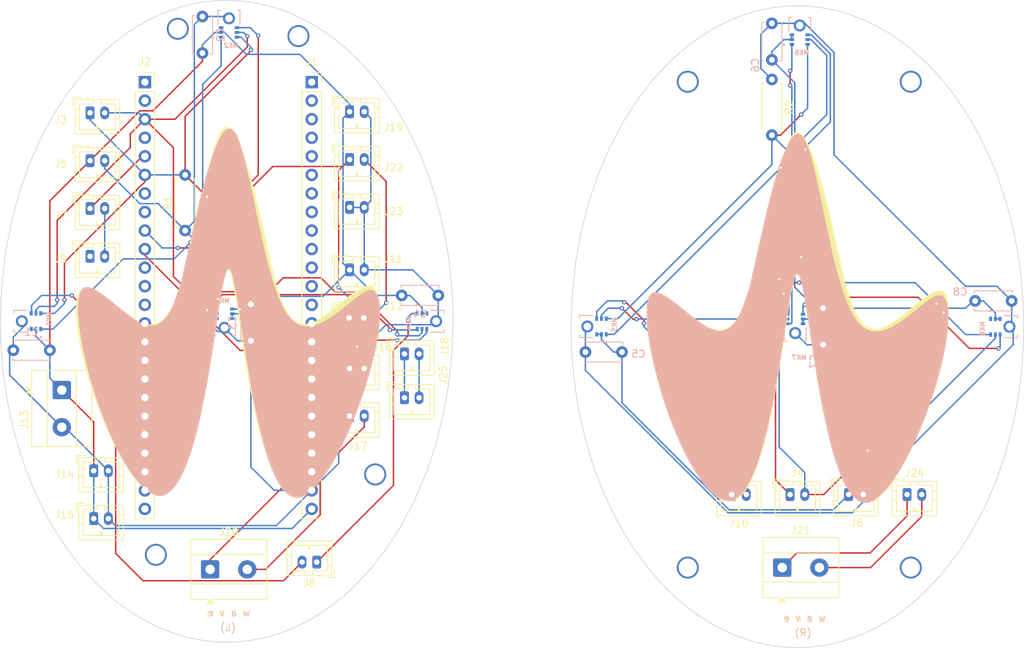
<source format=kicad_pcb>
(kicad_pcb (version 20241229) (generator "pcbnew") (generator_version "9.0")
  (layers (0 "F.Cu" signal) (2 "B.Cu" signal) (13 "F.Paste" user) (15 "B.Paste" user) (5 "F.SilkS" user "F.Silkscreen") (7 "B.SilkS" user "B.Silkscreen") (1 "F.Mask" user) (3 "B.Mask" user) (25 "Edge.Cuts" user))
  (net 0 "")
  (net 1 "Net-(J4-Pin_1)")
  (net 2 "IN_3V3")
  (net 3 "Net-(J4-Pin_2)")
  (net 4 "Net-(J8-Pin_1)")
  (net 6 "IN_GND")
  (net 7 "Net-(J10-Pin_1)")
  (net 8 "LOUT-")
  (net 9 "LOUT+")
  (net 10 "ROUT+")
  (net 11 "ROUT-")
  (net 12 "WSO Mk1")
  (net 13 "WSO Mk2")
  (net 14 "WSO Mk3")
  (net 15 "WSO Mk5")
  (net 16 "WSO Mk6")
  (net 17 "WSO Mk7")
  (net 19 "26_IOB8B")
  (net 20 "Net-(J7-Pin_2)")
  (net 21 "headphone_ROUT+")
  (net 22 "headphone_ROUT-")
  (net 23 "Net-(J6-Pin_1)")
  (net 24 "Net-(J6-Pin_2)")
  (net 25 "Net-(J8-Pin_2)")
  (net 26 "36_IOB29B")
  (net 27 "25_IOB8A")
  (net 28 "73_IOT39A")
  (net 29 "85_IOT8B")
  (net 30 "86_IOT8A")
  (net 31 "63_IOR5A")
  (net 32 "31_IOB15A")
  (net 33 "83_IOT10B")
  (net 34 "84_IOT10A")
  (net 35 "80_IOT12A")
  (net 36 "74_IOT38B")
  (net 37 "72_IOT39B")
  (net 38 "IN_5V")
  (net 39 "75_IOT38A")
  (net 40 "70_IOT41B")
  (net 41 "76_IOT37B")
  (net 42 "77_IOT37A")
  (net 43 "71_IOT41A")
  (net 44 "32_IOB15B")
  (net 45 "79_IOT12B")
  (net 46 "48_IOR24B")
  (net 47 "49_IOR24B")
  (net 48 "82_IOT11A")
  (net 49 "81_IOT11B")
  (net 50 "37_IOB31A")
  (net 51 "42_IOB41B")
  (net 52 "33_IOB23A")
  (net 53 "28_IOB11B")
  (net 54 "53_IOR15B")
  (net 55 "68_IOT42B")
  (net 56 "51_IOR17B")
  (net 57 "34_IOB23B")
  (net 58 "40_IOB33B")
  (net 59 "38_IOB31B")
  (net 60 "29_IOB13A")
  (net 61 "41_IOB41A")
  (net 62 "39_IOB33A")
  (net 63 "56_IOR14A")
  (net 64 "69_IOT42A")
  (net 65 "35_IOB29A")
  (net 66 "30_IOB13B")
  (net 67 "54_IOR15A")
  (net 68 "55_IOR14B")
  (net 69 "27_IOB11A")
  (net 70 "57_IOR13A")
  (footprint "Connector_JST:JST_PH_B2B-PH-K_1x02_P2.00mm_Vertical" (layer "F.Cu") (at 118 62.35)
    (property "Reference" "J19")
    (property "Value" "Conn_01x02_Socket" (hide yes))
  )
  (footprint "Connector_JST:JST_PH_B2B-PH-K_1x02_P2.00mm_Vertical" (layer "F.Cu") (at 82.5 62.5)
    (property "Reference" "J3")
    (property "Value" "Conn_01x02_Socket" (hide yes))
  )
  (footprint "Connector_JST:JST_PH_B2B-PH-K_1x02_P2.00mm_Vertical" (layer "F.Cu") (at 113.5 124 180)
    (property "Reference" "J8")
    (property "Value" "Conn_01x02_Pin" (hide yes))
  )
  (footprint "Resistor_THT:R_Axial_DIN0207_L6.3mm_D2.5mm_P7.62mm_Horizontal" (layer "F.Cu") (at 175.75 57.94 -90)
    (property "Reference" "R2")
    (property "Value" "100 k")
  )
  (footprint "Connector_PinSocket_2.54mm:PinSocket_1x24_P2.54mm_Vertical" (layer "F.Cu") (at 112.8169 58.3)
    (property "Reference" "J1")
    (property "Value" "Conn_01x24" (hide yes))
  )
  (footprint "Connector_JST:JST_PH_B2B-PH-K_1x02_P2.00mm_Vertical" (layer "F.Cu") (at 82.5 69.05)
    (property "Reference" "J5")
    (property "Value" "Conn_01x02_Socket" (hide yes))
  )
  (footprint "TerminalBlock_MetzConnect:TerminalBlock_MetzConnect_Type101_RT01602HBWC_1x02_P5.08mm_Horizontal" (layer "F.Cu") (at 78.6325 100.455 -90)
    (property "Reference" "J13")
    (property "Value" "Screw_Terminal_01x02" (hide yes))
  )
  (footprint "Connector_JST:JST_PH_B2B-PH-K_1x02_P2.00mm_Vertical" (layer "F.Cu") (at 186.25 114.75)
    (property "Reference" "J6")
    (property "Value" "Conn_01x02_Pin" (hide yes))
  )
  (footprint "Connector_JST:JST_PH_B2B-PH-K_1x02_P2.00mm_Vertical" (layer "F.Cu") (at 83 118.05)
    (property "Reference" "J15")
    (property "Value" "Conn_01x02_Socket" (hide yes))
  )
  (footprint "Connector_JST:JST_PH_B2B-PH-K_1x02_P2.00mm_Vertical" (layer "F.Cu") (at 118 75.45)
    (property "Reference" "J23")
    (property "Value" "Conn_01x02_Socket" (hide yes))
  )
  (footprint "Connector_JST:JST_PH_B2B-PH-K_1x02_P2.00mm_Vertical" (layer "F.Cu") (at 118 104)
    (property "Reference" "J17")
    (property "Value" "Conn_01x02_Socket" (hide yes))
  )
  (footprint "Resistor_THT:R_Axial_DIN0207_L6.3mm_D2.5mm_P7.62mm_Horizontal" (layer "F.Cu") (at 95.5 78.62 90)
    (property "Reference" "R1")
    (property "Value" "100 k")
  )
  (footprint "Connector_JST:JST_PH_B2B-PH-K_1x02_P2.00mm_Vertical" (layer "F.Cu") (at 82.5 75.6)
    (property "Reference" "J7")
    (property "Value" "Conn_01x02_Socket" (hide yes))
  )
  (footprint "Connector_JST:JST_PH_B2B-PH-K_1x02_P2.00mm_Vertical" (layer "F.Cu") (at 83 111.5)
    (property "Reference" "J14")
    (property "Value" "Conn_01x02_Socket" (hide yes))
  )
  (footprint "Connector_JST:JST_PH_B2B-PH-K_1x02_P2.00mm_Vertical" (layer "F.Cu") (at 118 68.9)
    (property "Reference" "J22")
    (property "Value" "Conn_01x02_Socket" (hide yes))
  )
  (footprint "Connector_JST:JST_PH_B2B-PH-K_1x02_P2.00mm_Vertical" (layer "F.Cu") (at 82.5 82.15)
    (property "Reference" "J9")
    (property "Value" "Conn_01x02_Socket" (hide yes))
  )
  (footprint "Connector_JST:JST_PH_B2B-PH-K_1x02_P2.00mm_Vertical" (layer "F.Cu") (at 170.25 114.75)
    (property "Reference" "J10")
    (property "Value" "Conn_01x02_Pin" (hide yes))
  )
  (footprint "Connector_JST:JST_PH_B2B-PH-K_1x02_P2.00mm_Vertical" (layer "F.Cu") (at 178.25 114.75)
    (property "Reference" "J4")
    (property "Value" "Conn_01x02_Pin" (hide yes))
  )
  (footprint "Connector_JST:JST_PH_B2B-PH-K_1x02_P2.00mm_Vertical" (layer "F.Cu") (at 118 84)
    (property "Reference" "J11")
    (property "Value" "Conn_01x02_Socket" (hide yes))
  )
  (footprint "TerminalBlock_MetzConnect:TerminalBlock_MetzConnect_Type101_RT01602HBWC_1x02_P5.08mm_Horizontal" (layer "F.Cu") (at 177.17 124.75)
    (property "Reference" "J21")
    (property "Value" "Screw_Terminal_01x02" (hide yes))
  )
  (footprint "Connector_JST:JST_PH_B2B-PH-K_1x02_P2.00mm_Vertical" (layer "F.Cu") (at 125.5 95.5)
    (property "Reference" "J18")
    (property "Value" "Conn_01x02_Socket" (hide yes))
  )
  (footprint "Connector_JST:JST_PH_B2B-PH-K_1x02_P2.00mm_Vertical" (layer "F.Cu") (at 125.5 101.5)
    (property "Reference" "J25")
    (property "Value" "Conn_01x02_Socket" (hide yes))
  )
  (footprint "Connector_JST:JST_PH_B2B-PH-K_1x02_P2.00mm_Vertical" (layer "F.Cu") (at 117.93 90.57)
    (property "Reference" "J12")
    (property "Value" "Conn_01x02_Socket" (hide yes))
  )
  (footprint "Connector_JST:JST_PH_B2B-PH-K_1x02_P2.00mm_Vertical" (layer "F.Cu") (at 118 97.5)
    (property "Reference" "J16")
    (property "Value" "Conn_01x02_Socket" (hide yes))
  )
  (footprint "Connector_JST:JST_PH_B2B-PH-K_1x02_P2.00mm_Vertical" (layer "F.Cu") (at 194.25 114.75)
    (property "Reference" "J24")
    (property "Value" "Conn_01x02_Socket" (hide yes))
  )
  (footprint "TerminalBlock_MetzConnect:TerminalBlock_MetzConnect_Type101_RT01602HBWC_1x02_P5.08mm_Horizontal" (layer "F.Cu") (at 98.92 125)
    (property "Reference" "J20")
    (property "Value" "Screw_Terminal_01x02" (hide yes))
  )
  (footprint "Connector_PinSocket_2.54mm:PinSocket_1x24_P2.54mm_Vertical" (layer "F.Cu") (at 90 58.3)
    (property "Reference" "J2")
    (property "Value" "Conn_01x24" (hide yes))
  )
  (footprint "wave:MIC_ICS-52000" (layer "B.Cu") (at 179.5625 51.45)
    (property "Reference" "MK6")
    (property "Value" "ICS-52000")
  )
  (footprint "Capacitor_THT:C_Disc_D5.0mm_W2.5mm_P5.00mm" (layer "B.Cu") (at 104.5 88.705113 -90)
    (property "Reference" "C3")
    (property "Value" "1 uF")
  )
  (footprint "wave:MIC_ICS-52000" (layer "B.Cu") (at 207.35 91.781376 -90)
    (property "Reference" "MK8")
    (property "Value" "ICS-52000")
  )
  (footprint "Capacitor_THT:C_Disc_D5.0mm_W2.5mm_P5.00mm" (layer "B.Cu") (at 203.55 88.25)
    (property "Reference" "C8")
    (property "Value" "1 uF")
  )
  (footprint "wave:MIC_ICS-52000" (layer "B.Cu") (at 178.9375 91.75 180)
    (property "Reference" "MK7")
    (property "Value" "ICS-52000")
  )
  (footprint "Capacitor_THT:C_Disc_D5.0mm_W2.5mm_P5.00mm" (layer "B.Cu") (at 175.75 55.25 90)
    (property "Reference" "C6")
    (property "Value" "1 uF")
  )
  (footprint "wave:MIC_ICS-52000" (layer "B.Cu") (at 151.418296 91.750679 90)
    (property "Reference" "MK5")
    (property "Value" "ICS-52000")
  )
  (footprint "Capacitor_THT:C_Disc_D5.0mm_W2.5mm_P5.00mm" (layer "B.Cu") (at 77 95 180)
    (property "Reference" "C1")
    (property "Value" "1 uF")
  )
  (footprint "Capacitor_THT:C_Disc_D5.0mm_W2.5mm_P5.00mm" (layer "B.Cu") (at 97.865499 54.323891 90)
    (property "Reference" "C2")
    (property "Value" "1 uF")
  )
  (footprint "Capacitor_THT:C_Disc_D5.0mm_W2.5mm_P5.00mm" (layer "B.Cu") (at 182.75 89.25 -90)
    (property "Reference" "C7")
    (property "Value" "1 uF")
  )
  (footprint "Capacitor_THT:C_Disc_D5.0mm_W2.5mm_P5.00mm" (layer "B.Cu") (at 155.25 95.25 180)
    (property "Reference" "C5")
    (property "Value" "1 uF")
  )
  (footprint "Capacitor_THT:C_Disc_D5.0mm_W2.5mm_P5.00mm" (layer "B.Cu") (at 125.125 87.5)
    (property "Reference" "C4")
    (property "Value" "1 uF")
  )
  (footprint "wave:MIC_ICS-52000" (layer "B.Cu") (at 128.925 91.031376 -90)
    (property "Reference" "MK4")
    (property "Value" "ICS-52000")
  )
  (footprint "wave:MIC_ICS-52000" (layer "B.Cu") (at 74.075 91.031376 90)
    (property "Reference" "MK1")
    (property "Value" "ICS-52000")
  )
  (footprint "wave:MIC_ICS-52000" (layer "B.Cu") (at 100.875 91.031376 180)
    (property "Reference" "MK3")
    (property "Value" "ICS-52000")
  )
  (footprint "wave:MIC_ICS-52000" (layer "B.Cu") (at 101.5 50.475)
    (property "Reference" "MK2")
    (property "Value" "ICS-52000")
  )
  (gr_poly (pts (xy 178.929057 65.175002) (xy 178.726804 65.317635) (xy 178.527025 65.541498) (xy 178.329921 65.848872) (xy 178.135194 66.236261) (xy 177.751181 67.231324) (xy 177.371606 68.487164) (xy 176.993088 69.964264) (xy 176.225702 73.424158) (xy 175.42198 77.294845) (xy 174.554881 81.260165) (xy 174.089114 83.179511) (xy 173.597361 85.003955) (xy 173.076242 86.693976) (xy 172.522377 88.210055) (xy 171.932385 89.512671) (xy 171.622785 90.071581) (xy 171.302887 90.562304) (xy 170.972481 90.981323) (xy 170.632225 91.330798) (xy 170.282989 91.614314) (xy 169.925643 91.835454) (xy 169.561059 91.9978) (xy 169.190108 92.104935) (xy 168.81366 92.160443) (xy 168.432586 92.167906) (xy 168.047756 92.130909) (xy 167.660043 92.053033) (xy 167.270317 91.937862) (xy 166.879448 91.788979) (xy 166.488307 91.609966) (xy 166.097766 91.404408) (xy 165.708695 91.175887) (xy 165.321965 90.927986) (xy 164.559011 90.388376) (xy 163.815871 89.814243) (xy 162.416901 88.677067) (xy 161.775004 88.171353) (xy 161.180789 87.745773) (xy 160.903739 87.571992) (xy 160.641222 87.428993) (xy 160.394109 87.32036) (xy 160.163271 87.249677) (xy 159.949395 87.219732) (xy 159.752446 87.230139) (xy 159.572204 87.279721) (xy 159.408449 87.367297) (xy 159.260964 87.491689) (xy 159.129527 87.651717) (xy 159.01392 87.846203) (xy 158.913925 88.073966) (xy 158.82932 88.333829) (xy 158.759888 88.624611) (xy 158.705409 88.945134) (xy 158.665664 89.294218) (xy 158.640434 89.670685) (xy 158.629498 90.073355) (xy 158.632639 90.501049) (xy 158.649636 90.952588) (xy 158.724325 91.922484) (xy 158.851809 92.97361) (xy 159.030336 94.096534) (xy 159.258151 95.281821) (xy 159.5335 96.520038) (xy 159.85463 97.801753) (xy 160.219786 99.117533) (xy 160.627214 100.457944) (xy 161.074784 101.813088) (xy 161.558855 103.171214) (xy 162.075408 104.520104) (xy 162.620428 105.847544) (xy 163.189895 107.141316) (xy 163.779792 108.389203) (xy 164.386102 109.578989) (xy 165.004806 110.698458) (xy 165.631888 111.735393) (xy 166.26333 112.677578) (xy 166.895113 113.512795) (xy 167.523221 114.228829) (xy 168.143636 114.813463) (xy 168.75234 115.254481) (xy 169.051045 115.417316) (xy 169.345315 115.539665) (xy 169.634649 115.620003) (xy 169.918544 115.6568) (xy 170.196595 115.64901) (xy 170.468783 115.5975) (xy 170.735189 115.503616) (xy 170.99589 115.368705) (xy 171.250966 115.194112) (xy 171.500496 114.981184) (xy 171.744558 114.731267) (xy 171.983233 114.445708) (xy 172.216597 114.125852) (xy 172.444731 113.773047) (xy 172.667714 113.388638) (xy 172.885623 112.973972) (xy 173.098539 112.530395) (xy 173.30654 112.059253) (xy 173.708114 111.039661) (xy 174.090976 109.925965) (xy 174.455757 108.728936) (xy 174.803089 107.459345) (xy 175.133604 106.127961) (xy 175.447933 104.745556) (xy 175.746707 103.322899) (xy 176.030558 101.87076) (xy 176.300117 100.399911) (xy 176.799176 97.44757) (xy 177.250389 94.564084) (xy 178.036455 89.406148) (xy 178.384896 87.332933) (xy 178.712669 85.731044) (xy 178.870928 85.13829) (xy 179.026568 84.701099) (xy 179.180438 84.432048) (xy 179.256974 84.364506) (xy 179.333387 84.343715) (xy 179.409781 84.370713) (xy 179.486262 84.444403) (xy 179.562933 84.563151) (xy 179.639897 84.725326) (xy 179.795123 85.173423) (xy 179.952772 85.775634) (xy 180.113674 86.518899) (xy 180.278662 87.390158) (xy 180.624218 89.464416) (xy 181.400926 94.574209) (xy 181.845379 97.400782) (xy 182.336099 100.269162) (xy 182.879088 103.081071) (xy 183.477761 105.763036) (xy 183.798842 107.034267) (xy 184.134882 108.247786) (xy 184.486226 109.395183) (xy 184.853219 110.46805) (xy 185.236207 111.457978) (xy 185.635537 112.356558) (xy 186.051554 113.155382) (xy 186.484603 113.846039) (xy 186.935031 114.420122) (xy 187.403184 114.869221) (xy 187.644015 115.044274) (xy 187.889406 115.184928) (xy 188.139402 115.290132) (xy 188.394044 115.358834) (xy 188.653312 115.390324) (xy 188.916917 115.385248) (xy 189.184508 115.344596) (xy 189.455733 115.269354) (xy 189.73024 115.160509) (xy 190.007676 115.01905) (xy 190.287689 114.845965) (xy 190.569927 114.64224) (xy 190.854037 114.408863) (xy 191.139668 114.146822) (xy 191.426467 113.857105) (xy 191.714082 113.540699) (xy 192.00216 113.198592) (xy 192.290351 112.831771) (xy 192.5783 112.441224) (xy 192.865657 112.027939) (xy 193.437182 111.137103) (xy 194.002109 110.167164) (xy 194.55762 109.126024) (xy 195.100896 108.021583) (xy 195.629121 106.861741) (xy 196.139477 105.6544) (xy 196.629145 104.407461) (xy 197.095307 103.128823) (xy 197.535211 101.826928) (xy 197.946355 100.512377) (xy 198.326304 99.196308) (xy 198.67262 97.889863) (xy 198.982868 96.604182) (xy 199.254612 95.350405) (xy 199.485414 94.139671) (xy 199.672839 92.983121) (xy 199.814451 91.891896) (xy 199.907812 90.877135) (xy 199.950487 89.949978) (xy 199.940039 89.121566) (xy 199.874032 88.403039) (xy 199.750029 87.805536) (xy 199.565595 87.340199) (xy 199.449954 87.160573) (xy 199.318292 87.018167) (xy 199.170488 86.913806) (xy 199.007154 86.846055) (xy 198.829087 86.812913) (xy 198.637085 86.812379) (xy 198.431943 86.842452) (xy 198.21446 86.90113) (xy 197.985431 86.986412) (xy 197.745654 87.096298) (xy 197.495925 87.228785) (xy 197.23704 87.381873) (xy 196.694994 87.741845) (xy 196.12589 88.160207) (xy 195.536101 88.620947) (xy 194.319969 89.605526) (xy 193.706375 90.097347) (xy 193.097593 90.567508) (xy 192.5 91) (xy 191.919968 91.378815) (xy 191.63853 91.54309) (xy 191.363873 91.687942) (xy 191.096794 91.81137) (xy 190.838089 91.911372) (xy 190.588392 91.986465) (xy 190.347685 92.037237) (xy 190.115786 92.064792) (xy 189.892513 92.070235) (xy 189.677685 92.054672) (xy 189.471121 92.019206) (xy 189.272638 91.964944) (xy 189.082055 91.89299) (xy 188.89919 91.804449) (xy 188.723862 91.700425) (xy 188.55589 91.582025) (xy 188.39509 91.450353) (xy 188.241283 91.306514) (xy 188.094286 91.151612) (xy 187.953918 90.986753) (xy 187.819998 90.813042) (xy 187.692342 90.631583) (xy 187.57077 90.443482) (xy 187.345153 90.051773) (xy 187.141691 89.646754) (xy 186.958933 89.237265) (xy 186.795425 88.832144) (xy 186.649715 88.440233) (xy 186.405877 87.731395) (xy 185.904155 86.227971) (xy 185.832481 86.006884) (xy 185.832164 86.005628) (xy 185.829947 85.996141) (xy 185.82393 85.969847) (xy 185.812212 85.918171) (xy 185.792893 85.832538) (xy 185.764074 85.70437) (xy 185.723852 85.525094) (xy 185.67033 85.286132) (xy 185.601606 84.978909) (xy 185.51578 84.59485) (xy 185.410952 84.125378) (xy 185.285221 83.561918) (xy 185.136689 82.895893) (xy 184.963453 82.118729) (xy 184.763615 81.22185) (xy 184.535273 80.196679) (xy 183.346875 75.050833) (xy 182.622258 72.252565) (xy 181.83843 69.621858) (xy 181.430812 68.443822) (xy 181.016191 67.397054) (xy 180.597169 66.511349) (xy 180.176344 65.816498) (xy 179.966068 65.549953) (xy 179.756317 65.342295) (xy 179.547415 65.197246) (xy 179.339688 65.118532) (xy 179.133461 65.109876)) (fill yes) (layer "F.SilkS"))
  (gr_poly (pts (xy 100.862378 64.505906) (xy 100.660125 64.648539) (xy 100.460346 64.872402) (xy 100.263242 65.179776) (xy 100.068515 65.567165) (xy 99.684502 66.562228) (xy 99.304927 67.818068) (xy 98.926409 69.295168) (xy 98.159023 72.755062) (xy 97.355301 76.625749) (xy 96.488202 80.591069) (xy 96.022435 82.510415) (xy 95.530682 84.334859) (xy 95.009563 86.02488) (xy 94.455698 87.540959) (xy 93.865706 88.843575) (xy 93.556106 89.402485) (xy 93.236208 89.893208) (xy 92.905802 90.312227) (xy 92.565546 90.661702) (xy 92.21631 90.945218) (xy 91.858964 91.166358) (xy 91.49438 91.328704) (xy 91.123429 91.435839) (xy 90.746981 91.491347) (xy 90.365907 91.49881) (xy 89.981077 91.461813) (xy 89.593364 91.383937) (xy 89.203638 91.268766) (xy 88.812769 91.119883) (xy 88.421628 90.94087) (xy 88.031087 90.735312) (xy 87.642016 90.506791) (xy 87.255286 90.25889) (xy 86.492332 89.71928) (xy 85.749192 89.145147) (xy 84.350222 88.007971) (xy 83.708325 87.502257) (xy 83.11411 87.076677) (xy 82.83706 86.902896) (xy 82.574543 86.759897) (xy 82.32743 86.651264) (xy 82.096592 86.580581) (xy 81.882716 86.550636) (xy 81.685767 86.561043) (xy 81.505525 86.610625) (xy 81.34177 86.698201) (xy 81.194285 86.822593) (xy 81.062848 86.982621) (xy 80.947241 87.177107) (xy 80.847246 87.40487) (xy 80.762641 87.664733) (xy 80.693209 87.955515) (xy 80.63873 88.276038) (xy 80.598985 88.625122) (xy 80.573755 89.001589) (xy 80.562819 89.404259) (xy 80.56596 89.831953) (xy 80.582957 90.283492) (xy 80.657646 91.253388) (xy 80.78513 92.304514) (xy 80.963657 93.427438) (xy 81.191472 94.612725) (xy 81.466821 95.850942) (xy 81.787951 97.132657) (xy 82.153107 98.448437) (xy 82.560535 99.788848) (xy 83.008105 101.143992) (xy 83.492176 102.502118) (xy 84.008729 103.851008) (xy 84.553749 105.178448) (xy 85.123216 106.47222) (xy 85.713113 107.720107) (xy 86.319423 108.909893) (xy 86.938127 110.029362) (xy 87.565209 111.066297) (xy 88.196651 112.008482) (xy 88.828434 112.843699) (xy 89.456542 113.559733) (xy 90.076957 114.144367) (xy 90.685661 114.585385) (xy 90.984366 114.74822) (xy 91.278636 114.870569) (xy 91.56797 114.950907) (xy 91.851865 114.987704) (xy 92.129916 114.979914) (xy 92.402104 114.928404) (xy 92.66851 114.83452) (xy 92.929211 114.699609) (xy 93.184287 114.525016) (xy 93.433817 114.312088) (xy 93.677879 114.062171) (xy 93.916554 113.776612) (xy 94.149918 113.456756) (xy 94.378052 113.103951) (xy 94.601035 112.719542) (xy 94.818944 112.304876) (xy 95.03186 111.861299) (xy 95.239861 111.390157) (xy 95.641435 110.370565) (xy 96.024297 109.256869) (xy 96.389078 108.05984) (xy 96.73641 106.790249) (xy 97.066925 105.458865) (xy 97.381254 104.07646) (xy 97.680028 102.653803) (xy 97.963879 101.201664) (xy 98.233438 99.730815) (xy 98.732497 96.778474) (xy 99.18371 93.894988) (xy 99.969776 88.737052) (xy 100.318217 86.663837) (xy 100.64599 85.061948) (xy 100.804249 84.469194) (xy 100.959889 84.032003) (xy 101.113759 83.762952) (xy 101.190295 83.69541) (xy 101.266708 83.674619) (xy 101.343102 83.701617) (xy 101.419583 83.775307) (xy 101.496254 83.894055) (xy 101.573218 84.05623) (xy 101.728444 84.504327) (xy 101.886093 85.106538) (xy 102.046995 85.849803) (xy 102.211983 86.721062) (xy 102.557539 88.79532) (xy 103.334247 93.905113) (xy 103.7787 96.731686) (xy 104.26942 99.600066) (xy 104.812409 102.411975) (xy 105.411082 105.09394) (xy 105.732163 106.365171) (xy 106.068203 107.57869) (xy 106.419547 108.726087) (xy 106.78654 109.798954) (xy 107.169528 110.788882) (xy 107.568858 111.687462) (xy 107.984875 112.486286) (xy 108.417924 113.176943) (xy 108.868352 113.751026) (xy 109.336505 114.200125) (xy 109.577336 114.375178) (xy 109.822727 114.515832) (xy 110.072723 114.621036) (xy 110.327365 114.689738) (xy 110.586633 114.721228) (xy 110.850238 114.716152) (xy 111.117829 114.6755) (xy 111.389054 114.600258) (xy 111.663561 114.491413) (xy 111.940997 114.349954) (xy 112.22101 114.176869) (xy 112.503248 113.973144) (xy 112.787358 113.739767) (xy 113.072989 113.477726) (xy 113.359788 113.188009) (xy 113.647403 112.871603) (xy 113.935481 112.529496) (xy 114.223672 112.162675) (xy 114.511621 111.772128) (xy 114.798978 111.358843) (xy 115.370503 110.468007) (xy 115.93543 109.498068) (xy 116.490941 108.456928) (xy 117.034217 107.352487) (xy 117.562442 106.192645) (xy 118.072798 104.985304) (xy 118.562466 103.738365) (xy 119.028628 102.459727) (xy 119.468532 101.157832) (xy 119.879676 99.843281) (xy 120.259625 98.527212) (xy 120.605941 97.220767) (xy 120.916189 95.935086) (xy 121.187933 94.681309) (xy 121.418735 93.470575) (xy 121.60616 92.314025) (xy 121.747772 91.2228) (xy 121.841133 90.208039) (xy 121.883808 89.280882) (xy 121.87336 88.45247) (xy 121.807353 87.733943) (xy 121.68335 87.13644) (xy 121.498916 86.671103) (xy 121.383275 86.491477) (xy 121.251613 86.349071) (xy 121.103809 86.24471) (xy 120.940475 86.176959) (xy 120.762408 86.143817) (xy 120.570406 86.143283) (xy 120.365264 86.173356) (xy 120.147781 86.232034) (xy 119.918752 86.317316) (xy 119.678975 86.427202) (xy 119.429246 86.559689) (xy 119.170361 86.712777) (xy 118.628315 87.072749) (xy 118.059211 87.491111) (xy 117.469422 87.951851) (xy 116.25329 88.93643) (xy 115.639696 89.428251) (xy 115.030914 89.898412) (xy 114.433321 90.330904) (xy 113.853289 90.709719) (xy 113.571851 90.873994) (xy 113.297194 91.018846) (xy 113.030115 91.142274) (xy 112.77141 91.242276) (xy 112.521713 91.317369) (xy 112.281006 91.368141) (xy 112.049107 91.395696) (xy 111.825834 91.401139) (xy 111.611006 91.385576) (xy 111.404442 91.35011) (xy 111.205959 91.295848) (xy 111.015376 91.223894) (xy 110.832511 91.135353) (xy 110.657183 91.031329) (xy 110.489211 90.912929) (xy 110.328411 90.781257) (xy 110.174604 90.637418) (xy 110.027607 90.482516) (xy 109.887239 90.317657) (xy 109.753319 90.143946) (xy 109.625663 89.962487) (xy 109.504091 89.774386) (xy 109.278474 89.382677) (xy 109.075012 88.977658) (xy 108.892254 88.568169) (xy 108.728746 88.163048) (xy 108.583036 87.771137) (xy 108.339198 87.062299) (xy 107.837476 85.558875) (xy 107.765802 85.337788) (xy 107.765485 85.336532) (xy 107.763268 85.327045) (xy 107.757251 85.300751) (xy 107.745533 85.249075) (xy 107.726214 85.163442) (xy 107.697395 85.035274) (xy 107.657173 84.855998) (xy 107.603651 84.617036) (xy 107.534927 84.309813) (xy 107.449101 83.925754) (xy 107.344273 83.456282) (xy 107.218542 82.892822) (xy 107.07001 82.226797) (xy 106.896774 81.449633) (xy 106.696936 80.552754) (xy 106.468594 79.527583) (xy 105.280196 74.381737) (xy 104.555579 71.583469) (xy 103.771751 68.952762) (xy 103.364133 67.774726) (xy 102.949512 66.727958) (xy 102.53049 65.842253) (xy 102.109665 65.147402) (xy 101.899389 64.880857) (xy 101.689638 64.673199) (xy 101.480736 64.52815) (xy 101.273009 64.449436) (xy 101.066782 64.44078)) (fill yes) (layer "F.SilkS"))
  (gr_poly (pts (xy 101.874032 64.715657) (xy 102.076285 64.85829) (xy 102.276064 65.082153) (xy 102.473168 65.389527) (xy 102.667895 65.776916) (xy 103.051908 66.771979) (xy 103.431483 68.027819) (xy 103.810001 69.504919) (xy 104.577387 72.964813) (xy 105.381109 76.8355) (xy 106.248208 80.80082) (xy 106.713975 82.720166) (xy 107.205728 84.54461) (xy 107.726847 86.234631) (xy 108.280712 87.75071) (xy 108.870704 89.053326) (xy 109.180304 89.612236) (xy 109.500202 90.102959) (xy 109.830608 90.521978) (xy 110.170864 90.871453) (xy 110.5201 91.154969) (xy 110.877446 91.376109) (xy 111.24203 91.538455) (xy 111.612981 91.64559) (xy 111.989429 91.701098) (xy 112.370503 91.708561) (xy 112.755333 91.671564) (xy 113.143046 91.593688) (xy 113.532772 91.478517) (xy 113.923641 91.329634) (xy 114.314782 91.150621) (xy 114.705323 90.945063) (xy 115.094394 90.716542) (xy 115.481124 90.468641) (xy 116.244078 89.929031) (xy 116.987218 89.354898) (xy 118.386188 88.217722) (xy 119.028085 87.712008) (xy 119.6223 87.286428) (xy 119.89935 87.112647) (xy 120.161867 86.969648) (xy 120.40898 86.861015) (xy 120.639818 86.790332) (xy 120.853694 86.760387) (xy 121.050643 86.770794) (xy 121.230885 86.820376) (xy 121.39464 86.907952) (xy 121.542125 87.032344) (xy 121.673562 87.192372) (xy 121.789169 87.386858) (xy 121.889164 87.614621) (xy 121.973769 87.874484) (xy 122.043201 88.165266) (xy 122.09768 88.485789) (xy 122.137425 88.834873) (xy 122.162655 89.21134) (xy 122.173591 89.61401) (xy 122.17045 90.041704) (xy 122.153453 90.493243) (xy 122.078764 91.463139) (xy 121.95128 92.514265) (xy 121.772753 93.637189) (xy 121.544938 94.822476) (xy 121.269589 96.060693) (xy 120.948459 97.342408) (xy 120.583303 98.658188) (xy 120.175875 99.998599) (xy 119.728305 101.353743) (xy 119.244234 102.711869) (xy 118.727681 104.060759) (xy 118.182661 105.388199) (xy 117.613194 106.681971) (xy 117.023297 107.929858) (xy 116.416987 109.119644) (xy 115.798283 110.239113) (xy 115.171201 111.276048) (xy 114.539759 112.218233) (xy 113.907976 113.05345) (xy 113.279868 113.769484) (xy 112.659453 114.354118) (xy 112.050749 114.795136) (xy 111.752044 114.957971) (xy 111.457774 115.08032) (xy 111.16844 115.160658) (xy 110.884545 115.197455) (xy 110.606494 115.189665) (xy 110.334306 115.138155) (xy 110.0679 115.044271) (xy 109.807199 114.90936) (xy 109.552123 114.734767) (xy 109.302593 114.521839) (xy 109.058531 114.271922) (xy 108.819856 113.986363) (xy 108.586492 113.666507) (xy 108.358358 113.313702) (xy 108.135375 112.929293) (xy 107.917466 112.514627) (xy 107.70455 112.07105) (xy 107.496549 111.599908) (xy 107.094975 110.580316) (xy 106.712113 109.46662) (xy 106.347332 108.269591) (xy 106 107) (xy 105.669485 105.668616) (xy 105.355156 104.286211) (xy 105.056382 102.863554) (xy 104.772531 101.411415) (xy 104.502972 99.940566) (xy 104.003913 96.988225) (xy 103.5527 94.104739) (xy 102.766634 88.946803) (xy 102.418193 86.873588) (xy 102.09042 85.271699) (xy 101.932161 84.678945) (xy 101.776521 84.241754) (xy 101.622651 83.972703) (xy 101.546115 83.905161) (xy 101.469702 83.88437) (xy 101.393308 83.911368) (xy 101.316827 83.985058) (xy 101.240156 84.103806) (xy 101.163192 84.265981) (xy 101.007966 84.714078) (xy 100.850317 85.316289) (xy 100.689415 86.059554) (xy 100.524427 86.930813) (xy 100.178871 89.005071) (xy 99.402163 94.114864) (xy 98.95771 96.941437) (xy 98.46699 99.809817) (xy 97.924001 102.621726) (xy 97.325328 105.303691) (xy 97.004247 106.574922) (xy 96.668207 107.788441) (xy 96.316863 108.935838) (xy 95.94987 110.008705) (xy 95.566882 110.998633) (xy 95.167552 111.897213) (xy 94.751535 112.696037) (xy 94.318486 113.386694) (xy 93.868058 113.960777) (xy 93.399905 114.409876) (xy 93.159074 114.584929) (xy 92.913683 114.725583) (xy 92.663687 114.830787) (xy 92.409045 114.899489) (xy 92.149777 114.930979) (xy 91.886172 114.925903) (xy 91.618581 114.885251) (xy 91.347356 114.810009) (xy 91.072849 114.701164) (xy 90.795413 114.559705) (xy 90.5154 114.38662) (xy 90.233162 114.182895) (xy 89.949052 113.949518) (xy 89.663421 113.687477) (xy 89.376622 113.39776) (xy 89.089007 113.081354) (xy 88.800929 112.739247) (xy 88.512738 112.372426) (xy 88.224789 111.981879) (xy 87.937432 111.568594) (xy 87.365907 110.677758) (xy 86.80098 109.707819) (xy 86.245469 108.666679) (xy 85.702193 107.562238) (xy 85.173968 106.402396) (xy 84.663612 105.195055) (xy 84.173944 103.948116) (xy 83.707782 102.669478) (xy 83.267878 101.367583) (xy 82.856734 100.053032) (xy 82.476785 98.736963) (xy 82.130469 97.430518) (xy 81.820221 96.144837) (xy 81.548477 94.89106) (xy 81.317675 93.680326) (xy 81.13025 92.523776) (xy 80.988638 91.432551) (xy 80.895277 90.41779) (xy 80.852602 89.490633) (xy 80.86305 88.662221) (xy 80.929057 87.943694) (xy 81.05306 87.346191) (xy 81.237494 86.880854) (xy 81.353135 86.701228) (xy 81.484797 86.558822) (xy 81.632601 86.454461) (xy 81.795935 86.38671) (xy 81.974002 86.353568) (xy 82.166004 86.353034) (xy 82.371146 86.383107) (xy 82.588629 86.441785) (xy 82.817658 86.527067) (xy 83.057435 86.636953) (xy 83.307164 86.76944) (xy 83.566049 86.922528) (xy 84.108095 87.2825) (xy 84.677199 87.700862) (xy 85.266988 88.161602) (xy 86.48312 89.146181) (xy 87.096714 89.638002) (xy 87.705496 90.108163) (xy 88.303089 90.540655) (xy 88.883121 90.91947) (xy 89.164559 91.083745) (xy 89.439216 91.228597) (xy 89.706295 91.352025) (xy 89.965 91.452027) (xy 90.214697 91.52712) (xy 90.455404 91.577892) (xy 90.687303 91.605447) (xy 90.910576 91.61089) (xy 91.125404 91.595327) (xy 91.331968 91.559861) (xy 91.530451 91.505599) (xy 91.721034 91.433645) (xy 91.903899 91.345104) (xy 92.079227 91.24108) (xy 92.247199 91.12268) (xy 92.407999 90.991008) (xy 92.561806 90.847169) (xy 92.708803 90.692267) (xy 92.849171 90.527408) (xy 92.983091 90.353697) (xy 93.110747 90.172238) (xy 93.232319 89.984137) (xy 93.457936 89.592428) (xy 93.661398 89.187409) (xy 93.844156 88.77792) (xy 94.007664 88.372799) (xy 94.153374 87.980888) (xy 94.397212 87.27205) (xy 94.898934 85.768626) (xy 94.970608 85.547539) (xy 94.970925 85.546283) (xy 94.973142 85.536796) (xy 94.979159 85.510502) (xy 94.990877 85.458826) (xy 95.010196 85.373193) (xy 95.039015 85.245025) (xy 95.079237 85.065749) (xy 95.132759 84.826787) (xy 95.201483 84.519564) (xy 95.287309 84.135505) (xy 95.392137 83.666033) (xy 95.517868 83.102573) (xy 95.6664 82.436548) (xy 95.839636 81.659384) (xy 96.039474 80.762505) (xy 96.267816 79.737334) (xy 97.456214 74.591488) (xy 98.180831 71.79322) (xy 98.964659 69.162513) (xy 99.372277 67.984477) (xy 99.786898 66.937709) (xy 100.20592 66.052004) (xy 100.626745 65.357153) (xy 100.837021 65.090608) (xy 101.046772 64.88295) (xy 101.255674 64.737901) (xy 101.463401 64.659187) (xy 101.669628 64.650531)) (fill yes) (layer "B.SilkS"))
  (gr_poly (pts (xy 179.623949 65.426944) (xy 179.826202 65.569577) (xy 180.025981 65.79344) (xy 180.223085 66.100814) (xy 180.417812 66.488203) (xy 180.801825 67.483266) (xy 181.1814 68.739106) (xy 181.559918 70.216206) (xy 182.327304 73.6761) (xy 183.131026 77.546787) (xy 183.998125 81.512107) (xy 184.463892 83.431453) (xy 184.955645 85.255897) (xy 185.476764 86.945918) (xy 186.030629 88.461997) (xy 186.620621 89.764613) (xy 186.930221 90.323523) (xy 187.250119 90.814246) (xy 187.580525 91.233265) (xy 187.920781 91.58274) (xy 188.270017 91.866256) (xy 188.627363 92.087396) (xy 188.991947 92.249742) (xy 189.362898 92.356877) (xy 189.739346 92.412385) (xy 190.12042 92.419848) (xy 190.50525 92.382851) (xy 190.892963 92.304975) (xy 191.282689 92.189804) (xy 191.673558 92.040921) (xy 192.064699 91.861908) (xy 192.45524 91.65635) (xy 192.844311 91.427829) (xy 193.231041 91.179928) (xy 193.993995 90.640318) (xy 194.737135 90.066185) (xy 196.136105 88.929009) (xy 196.778002 88.423295) (xy 197.372217 87.997715) (xy 197.649267 87.823934) (xy 197.911784 87.680935) (xy 198.158897 87.572302) (xy 198.389735 87.501619) (xy 198.603611 87.471674) (xy 198.80056 87.482081) (xy 198.980802 87.531663) (xy 199.144557 87.619239) (xy 199.292042 87.743631) (xy 199.423479 87.903659) (xy 199.539086 88.098145) (xy 199.639081 88.325908) (xy 199.723686 88.585771) (xy 199.793118 88.876553) (xy 199.847597 89.197076) (xy 199.887342 89.54616) (xy 199.912572 89.922627) (xy 199.923508 90.325297) (xy 199.920367 90.752991) (xy 199.90337 91.20453) (xy 199.828681 92.174426) (xy 199.701197 93.225552) (xy 199.52267 94.348476) (xy 199.294855 95.533763) (xy 199.019506 96.77198) (xy 198.698376 98.053695) (xy 198.33322 99.369475) (xy 197.925792 100.709886) (xy 197.478222 102.06503) (xy 196.994151 103.423156) (xy 196.477598 104.772046) (xy 195.932578 106.099486) (xy 195.363111 107.393258) (xy 194.773214 108.641145) (xy 194.166904 109.830931) (xy 193.5482 110.9504) (xy 192.921118 111.987335) (xy 192.289676 112.92952) (xy 191.657893 113.764737) (xy 191.029785 114.480771) (xy 190.40937 115.065405) (xy 189.800666 115.506423) (xy 189.501961 115.669258) (xy 189.207691 115.791607) (xy 188.918357 115.871945) (xy 188.634462 115.908742) (xy 188.356411 115.900952) (xy 188.084223 115.849442) (xy 187.817817 115.755558) (xy 187.557116 115.620647) (xy 187.30204 115.446054) (xy 187.05251 115.233126) (xy 186.808448 114.983209) (xy 186.569773 114.69765) (xy 186.336409 114.377794) (xy 186.108275 114.024989) (xy 185.885292 113.64058) (xy 185.667383 113.225914) (xy 185.454467 112.782337) (xy 185.246466 112.311195) (xy 184.844892 111.291603) (xy 184.46203 110.177907) (xy 184.097249 108.980878) (xy 183.749917 107.711287) (xy 183.419402 106.379903) (xy 183.105073 104.997498) (xy 182.806299 103.574841) (xy 182.522448 102.122702) (xy 182.252889 100.651853) (xy 181.75383 97.699512) (xy 181.302617 94.816026) (xy 180.516551 89.65809) (xy 180.16811 87.584875) (xy 179.840337 85.982986) (xy 179.682078 85.390232) (xy 179.526438 84.953041) (xy 179.372568 84.68399) (xy 179.296032 84.616448) (xy 179.219619 84.595657) (xy 179.143225 84.622655) (xy 179.066744 84.696345) (xy 178.990073 84.815093) (xy 178.913109 84.977268) (xy 178.757883 85.425365) (xy 178.600234 86.027576) (xy 178.439332 86.770841) (xy 178.274344 87.6421) (xy 177.928788 89.716358) (xy 177.15208 94.826151) (xy 176.707627 97.652724) (xy 176.216907 100.521104) (xy 175.673918 103.333013) (xy 175.075245 106.014978) (xy 174.754164 107.286209) (xy 174.418124 108.499728) (xy 174.06678 109.647125) (xy 173.699787 110.719992) (xy 173.316799 111.70992) (xy 172.917469 112.6085) (xy 172.501452 113.407324) (xy 172.068403 114.097981) (xy 171.617975 114.672064) (xy 171.149822 115.121163) (xy 170.908991 115.296216) (xy 170.6636 115.43687) (xy 170.413604 115.542074) (xy 170.158962 115.610776) (xy 169.899694 115.642266) (xy 169.636089 115.63719) (xy 169.368498 115.596538) (xy 169.097273 115.521296) (xy 168.822766 115.412451) (xy 168.54533 115.270992) (xy 168.265317 115.097907) (xy 167.983079 114.894182) (xy 167.698969 114.660805) (xy 167.413338 114.398764) (xy 167.126539 114.109047) (xy 166.838924 113.792641) (xy 166.550846 113.450534) (xy 166.262655 113.083713) (xy 165.974706 112.693166) (xy 165.687349 112.279881) (xy 165.115824 111.389045) (xy 164.550897 110.419106) (xy 163.995386 109.377966) (xy 163.45211 108.273525) (xy 162.923885 107.113683) (xy 162.413529 105.906342) (xy 161.923861 104.659403) (xy 161.457699 103.380765) (xy 161.017795 102.07887) (xy 160.606651 100.764319) (xy 160.226702 99.44825) (xy 159.880386 98.141805) (xy 159.570138 96.856124) (xy 159.298394 95.602347) (xy 159.067592 94.391613) (xy 158.880167 93.235063) (xy 158.738555 92.143838) (xy 158.645194 91.129077) (xy 158.602519 90.20192) (xy 158.612967 89.373508) (xy 158.678974 88.654981) (xy 158.802977 88.057478) (xy 158.987411 87.592141) (xy 159.103052 87.412515) (xy 159.234714 87.270109) (xy 159.382518 87.165748) (xy 159.545852 87.097997) (xy 159.723919 87.064855) (xy 159.915921 87.064321) (xy 160.121063 87.094394) (xy 160.338546 87.153072) (xy 160.567575 87.238354) (xy 160.807352 87.34824) (xy 161.057081 87.480727) (xy 161.315966 87.633815) (xy 161.858012 87.993787) (xy 162.427116 88.412149) (xy 163.016905 88.872889) (xy 164.233037 89.857468) (xy 164.846631 90.349289) (xy 165.455413 90.81945) (xy 166.053006 91.251942) (xy 166.633038 91.630757) (xy 166.914476 91.795032) (xy 167.189133 91.939884) (xy 167.456212 92.063312) (xy 167.714917 92.163314) (xy 167.964614 92.238407) (xy 168.205321 92.289179) (xy 168.43722 92.316734) (xy 168.660493 92.322177) (xy 168.875321 92.306614) (xy 169.081885 92.271148) (xy 169.280368 92.216886) (xy 169.470951 92.144932) (xy 169.653816 92.056391) (xy 169.829144 91.952367) (xy 169.997116 91.833967) (xy 170.157916 91.702295) (xy 170.311723 91.558456) (xy 170.45872 91.403554) (xy 170.599088 91.238695) (xy 170.733008 91.064984) (xy 170.860664 90.883525) (xy 170.982236 90.695424) (xy 171.207853 90.303715) (xy 171.411315 89.898696) (xy 171.594073 89.489207) (xy 171.757581 89.084086) (xy 171.903291 88.692175) (xy 172.147129 87.983337) (xy 172.648851 86.479913) (xy 172.720525 86.258826) (xy 172.720842 86.25757) (xy 172.723059 86.248083) (xy 172.729076 86.221789) (xy 172.740794 86.170113) (xy 172.760113 86.08448) (xy 172.788932 85.956312) (xy 172.829154 85.777036) (xy 172.882676 85.538074) (xy 172.9514 85.230851) (xy 173.037226 84.846792) (xy 173.142054 84.37732) (xy 173.267785 83.81386) (xy 173.416317 83.147835) (xy 173.589553 82.370671) (xy 173.789391 81.473792) (xy 174.017733 80.448621) (xy 175.206131 75.302775) (xy 175.930748 72.504507) (xy 176.714576 69.8738) (xy 177.122194 68.695764) (xy 177.536815 67.648996) (xy 177.955837 66.763291) (xy 178.376662 66.06844) (xy 178.586938 65.801895) (xy 178.796689 65.594237) (xy 179.005591 65.449188) (xy 179.213318 65.370474) (xy 179.419545 65.361818)) (fill yes) (layer "B.SilkS"))
  (gr_poly (pts (xy 180.843005 47.917694) (xy 182.415097 48.087303) (xy 183.964332 48.366611) (xy 185.488764 48.752859) (xy 186.986449 49.243288) (xy 188.455442 49.835138) (xy 189.893797 50.525649) (xy 191.299569 51.312061) (xy 192.670814 52.191615) (xy 194.005586 53.161551) (xy 195.301941 54.21911) (xy 196.557933 55.361532) (xy 197.771617 56.586057) (xy 198.941048 57.889926) (xy 200.064282 59.27038) (xy 201.139373 60.724657) (xy 202.164376 62.25) (xy 203.137346 63.843648) (xy 204.056338 65.502841) (xy 204.919407 67.22482) (xy 205.724608 69.006826) (xy 206.469996 70.846098) (xy 207.153626 72.739878) (xy 207.773553 74.685405) (xy 208.327831 76.67992) (xy 208.814517 78.720663) (xy 209.231664 80.804874) (xy 209.577327 82.929795) (xy 209.849563 85.092665) (xy 210.046425 87.290725) (xy 210.165968 89.521214) (xy 210.206248 91.781374) (xy 210.046425 96.272024) (xy 209.577327 100.632953) (xy 208.814517 104.842085) (xy 207.773553 108.877343) (xy 206.469996 112.716649) (xy 204.919407 116.337928) (xy 203.137346 119.719101) (xy 201.139373 122.838092) (xy 198.941048 125.672823) (xy 196.557933 128.201218) (xy 195.301941 129.34364) (xy 194.005586 130.401199) (xy 192.670814 131.371136) (xy 191.299569 132.25069) (xy 189.893797 133.037103) (xy 188.455442 133.727614) (xy 186.986449 134.319464) (xy 185.488764 134.809892) (xy 183.964332 135.196141) (xy 182.415097 135.47545) (xy 180.843005 135.645058) (xy 179.250001 135.702208) (xy 177.656997 135.645058) (xy 176.084904 135.47545) (xy 174.53567 135.196141) (xy 173.011237 134.809892) (xy 171.513552 134.319464) (xy 170.04456 133.727614) (xy 168.606205 133.037103) (xy 167.200432 132.25069) (xy 165.829187 131.371136) (xy 164.494415 130.401199) (xy 163.19806 129.34364) (xy 161.942069 128.201218) (xy 160.728384 126.976692) (xy 159.558953 125.672823) (xy 158.435719 124.29237) (xy 157.360628 122.838092) (xy 156.335625 121.312749) (xy 155.362655 119.719101) (xy 154.443663 118.059907) (xy 153.580594 116.337928) (xy 152.775393 114.555922) (xy 152.030005 112.716649) (xy 151.346375 110.82287) (xy 150.726449 108.877343) (xy 150.17217 106.882828) (xy 149.685485 104.842085) (xy 149.268338 102.757873) (xy 148.922674 100.632953) (xy 148.650439 98.470083) (xy 148.453577 96.272024) (xy 148.334033 94.041534) (xy 148.293753 91.781374) (xy 148.453577 87.290725) (xy 148.922674 82.929795) (xy 149.685485 78.720663) (xy 150.726449 74.685405) (xy 152.030005 70.846098) (xy 153.580594 67.22482) (xy 155.362655 63.843648) (xy 157.360628 60.724657) (xy 159.558953 57.889926) (xy 161.942069 55.361532) (xy 163.19806 54.21911) (xy 164.494415 53.161551) (xy 165.829187 52.191615) (xy 167.200432 51.312061) (xy 168.606205 50.525649) (xy 170.04456 49.835138) (xy 171.513552 49.243288) (xy 173.011237 48.752859) (xy 174.53567 48.366611) (xy 176.084904 48.087303) (xy 177.656997 47.917694) (xy 179.250001 47.860544)) (stroke (width 0.1)) (fill no) (layer "Edge.Cuts"))
  (gr_poly (pts (xy 102.780505 47.167694) (xy 104.352597 47.337303) (xy 105.901832 47.616611) (xy 107.426264 48.002859) (xy 108.923949 48.493288) (xy 110.392942 49.085138) (xy 111.831297 49.775649) (xy 113.237069 50.562061) (xy 114.608314 51.441615) (xy 115.943086 52.411551) (xy 117.239441 53.46911) (xy 118.495433 54.611532) (xy 119.709117 55.836057) (xy 120.878548 57.139926) (xy 122.001782 58.52038) (xy 123.076873 59.974657) (xy 124.101876 61.5) (xy 125.074846 63.093648) (xy 125.993838 64.752841) (xy 126.856907 66.47482) (xy 127.662108 68.256826) (xy 128.407496 70.096098) (xy 129.091126 71.989878) (xy 129.711053 73.935405) (xy 130.265331 75.92992) (xy 130.752017 77.970663) (xy 131.169164 80.054874) (xy 131.514827 82.179795) (xy 131.787063 84.342665) (xy 131.983925 86.540725) (xy 132.103468 88.771214) (xy 132.143748 91.031374) (xy 131.983925 95.522024) (xy 131.514827 99.882953) (xy 130.752017 104.092085) (xy 129.711053 108.127343) (xy 128.407496 111.966649) (xy 126.856907 115.587928) (xy 125.074846 118.969101) (xy 123.076873 122.088092) (xy 120.878548 124.922823) (xy 118.495433 127.451218) (xy 117.239441 128.59364) (xy 115.943086 129.651199) (xy 114.608314 130.621136) (xy 113.237069 131.50069) (xy 111.831297 132.287103) (xy 110.392942 132.977614) (xy 108.923949 133.569464) (xy 107.426264 134.059892) (xy 105.901832 134.446141) (xy 104.352597 134.72545) (xy 102.780505 134.895058) (xy 101.187501 134.952208) (xy 99.594497 134.895058) (xy 98.022404 134.72545) (xy 96.47317 134.446141) (xy 94.948737 134.059892) (xy 93.451052 133.569464) (xy 91.98206 132.977614) (xy 90.543705 132.287103) (xy 89.137932 131.50069) (xy 87.766687 130.621136) (xy 86.431915 129.651199) (xy 85.13556 128.59364) (xy 83.879569 127.451218) (xy 82.665884 126.226692) (xy 81.496453 124.922823) (xy 80.373219 123.54237) (xy 79.298128 122.088092) (xy 78.273125 120.562749) (xy 77.300155 118.969101) (xy 76.381163 117.309907) (xy 75.518094 115.587928) (xy 74.712893 113.805922) (xy 73.967505 111.966649) (xy 73.283875 110.07287) (xy 72.663949 108.127343) (xy 72.10967 106.132828) (xy 71.622985 104.092085) (xy 71.205838 102.007873) (xy 70.860174 99.882953) (xy 70.587939 97.720083) (xy 70.391077 95.522024) (xy 70.271533 93.291534) (xy 70.231253 91.031374) (xy 70.391077 86.540725) (xy 70.860174 82.179795) (xy 71.622985 77.970663) (xy 72.663949 73.935405) (xy 73.967505 70.096098) (xy 75.518094 66.47482) (xy 77.300155 63.093648) (xy 79.298128 59.974657) (xy 81.496453 57.139926) (xy 83.879569 54.611532) (xy 85.13556 53.46911) (xy 86.431915 52.411551) (xy 87.766687 51.441615) (xy 89.137932 50.562061) (xy 90.543705 49.775649) (xy 91.98206 49.085138) (xy 93.451052 48.493288) (xy 94.948737 48.002859) (xy 96.47317 47.616611) (xy 98.022404 47.337303) (xy 99.594497 47.167694) (xy 101.187501 47.110544)) (stroke (width 0.1)) (fill no) (layer "Edge.Cuts"))
  (gr_text "(L)" (at 100.252002 133.532556 -0) (layer "F.SilkS") (effects (font (size 1 1) (thickness 0.1)) (justify left bottom)))
  (gr_text "w a v e\n" (at 177.175051 132.249082 -0) (layer "F.SilkS") (effects (font (size 1 1) (thickness 0.1)) (justify left bottom)))
  (gr_text "(R)" (at 178.784811 134.241913 -0) (layer "F.SilkS") (effects (font (size 1 1) (thickness 0.1)) (justify left bottom)))
  (gr_text "w a v e" (at 98.252002 131.532556 -0) (layer "F.SilkS") (effects (font (size 1 1) (thickness 0.1)) (justify left bottom)))
  (gr_text "w a v e\n" (at 183.23291 132.249082 0) (layer "B.SilkS") (effects (font (size 1 1) (thickness 0.1)) (justify left bottom mirror)))
  (gr_text "(R)" (at 181.25 134.25 0) (layer "B.SilkS") (effects (font (size 1 1) (thickness 0.1)) (justify left bottom mirror)))
  (gr_text "w a v e" (at 104.5 131.5 0) (layer "B.SilkS") (effects (font (size 1 1) (thickness 0.1)) (justify left bottom mirror)))
  (gr_text "(L)" (at 102.5 133.5 0) (layer "B.SilkS") (effects (font (size 1 1) (thickness 0.1)) (justify left bottom mirror)))
  (via (at 194.75 58.25) (size 3) (drill 2.5) (layers "F.Cu" "B.Cu") (net 0))
  (via (at 91.5 123) (size 3) (drill 2.5) (layers "F.Cu" "B.Cu") (net 0))
  (via (at 164.25 124.75) (size 3) (drill 2.5) (layers "F.Cu" "B.Cu") (net 0))
  (via (at 121.5 112) (size 3) (drill 2.5) (layers "F.Cu" "B.Cu") (net 0))
  (via (at 194.75 124.75) (size 3) (drill 2.5) (layers "F.Cu" "B.Cu") (net 0))
  (via (at 94.5 51) (size 3) (drill 2.5) (layers "F.Cu" "B.Cu") (net 0))
  (via (at 164.25 58.25) (size 3) (drill 2.5) (layers "F.Cu" "B.Cu") (net 0))
  (via (at 111 52) (size 3) (drill 2.5) (layers "F.Cu" "B.Cu") (net 0))
  (segment (start 176.25 112.75) (end 176.25 88.35) (width 0.2) (layer "F.Cu") (net 1))
  (segment (start 179.75 62.75) (end 176.94 65.56) (width 0.2) (layer "F.Cu") (net 1))
  (segment (start 177.35 87.25) (end 178.85 85.75) (width 0.2) (layer "F.Cu") (net 1))
  (segment (start 176.94 65.56) (end 175.75 65.56) (width 0.2) (layer "F.Cu") (net 1))
  (segment (start 198.25 88.65) (end 198.25 88.85) (width 0.2) (layer "F.Cu") (net 1))
  (segment (start 198.25 88.85) (end 199.25 89.85) (width 0.2) (layer "F.Cu") (net 1))
  (segment (start 178.25 114.75) (end 176.25 112.75) (width 0.2) (layer "F.Cu") (net 1))
  (segment (start 176.25 88.35) (end 177.35 87.25) (width 0.2) (layer "F.Cu") (net 1))
  (segment (start 178.85 85.75) (end 179.4875 85.75) (width 0.2) (layer "F.Cu") (net 1))
  (via (at 198.25 88.65) (size 0.6) (drill 0.3) (layers "F.Cu" "B.Cu") (net 1))
  (via (at 179.4875 85.75) (size 0.6) (drill 0.3) (layers "F.Cu" "B.Cu") (net 1))
  (via (at 199.25 89.85) (size 0.6) (drill 0.3) (layers "F.Cu" "B.Cu") (net 1))
  (via (at 177.35 87.25) (size 0.6) (drill 0.3) (layers "F.Cu" "B.Cu") (net 1))
  (via (at 179.75 62.75) (size 0.6) (drill 0.3) (layers "F.Cu" "B.Cu") (net 1))
  (segment (start 153.093296 90.675679) (end 154.674264 90.675679) (width 0.2) (layer "B.Cu") (net 1))
  (segment (start 179.75 62.75) (end 180.6375 61.8625) (width 0.2) (layer "B.Cu") (net 1))
  (segment (start 178.0865 89.851) (end 177.8625 90.075) (width 0.2) (layer "B.Cu") (net 1))
  (segment (start 175.75 65.56) (end 178.0865 67.8965) (width 0.2) (layer "B.Cu") (net 1))
  (segment (start 177.25 87.35) (end 177.25 89.75) (width 0.2) (layer "B.Cu") (net 1))
  (segment (start 199.25 89.85) (end 202.256376 92.856376) (width 0.2) (layer "B.Cu") (net 1))
  (segment (start 195.35 85.75) (end 198.25 88.65) (width 0.2) (layer "B.Cu") (net 1))
  (segment (start 179.4875 85.75) (end 195.35 85.75) (width 0.2) (layer "B.Cu") (net 1))
  (segment (start 175.75 69.599943) (end 175.75 65.56) (width 0.2) (layer "B.Cu") (net 1))
  (segment (start 178.0865 67.8965) (end 178.0865 89.851) (width 0.2) (layer "B.Cu") (net 1))
  (segment (start 154.674264 90.675679) (end 175.75 69.599943) (width 0.2) (layer "B.Cu") (net 1))
  (segment (start 177.35 87.25) (end 177.25 87.35) (width 0.2) (layer "B.Cu") (net 1))
  (segment (start 180.6375 61.8625) (end 180.6375 53.125) (width 0.2) (layer "B.Cu") (net 1))
  (segment (start 177.25 89.75) (end 177.575 90.075) (width 0.2) (layer "B.Cu") (net 1))
  (segment (start 177.575 90.075) (end 177.8625 90.075) (width 0.2) (layer "B.Cu") (net 1))
  (segment (start 202.256376 92.856376) (end 205.675 92.856376) (width 0.2) (layer "B.Cu") (net 1))
  (segment (start 97.865499 55.455261) (end 97.865499 54.323891) (width 0.2) (layer "F.Cu") (net 2))
  (segment (start 78.6325 100.455) (end 83 104.8225) (width 0.2) (layer "F.Cu") (net 2))
  (segment (start 77 74.55) (end 77 95) (width 0.2) (layer "F.Cu") (net 2))
  (segment (start 91.09176 62.229) (end 97.865499 55.455261) (width 0.2) (layer "F.Cu") (net 2))
  (segment (start 82.5 69.05) (end 89.321 62.229) (width 0.2) (layer "F.Cu") (net 2))
  (segment (start 89.321 62.229) (end 91.09176 62.229) (width 0.2) (layer "F.Cu") (net 2))
  (segment (start 82.5 69.05) (end 77 74.55) (width 0.2) (layer "F.Cu") (net 2))
  (segment (start 83 104.8225) (end 83 111.5) (width 0.2) (layer "F.Cu") (net 2))
  (segment (start 97.865499 54.323891) (end 97.865499 53.192521) (width 0.2) (layer "B.Cu") (net 2))
  (segment (start 118 61.301) (end 111.199 54.5) (width 0.2) (layer "B.Cu") (net 2))
  (segment (start 104.5 88.705113) (end 103.198737 90.006376) (width 0.2) (layer "B.Cu") (net 2))
  (segment (start 126.25637 87.5) (end 127.9 89.14363) (width 0.2) (layer "B.Cu") (net 2))
  (segment (start 97.865499 53.192521) (end 99.55802 51.5) (width 0.2) (layer "B.Cu") (net 2))
  (segment (start 118 62.35) (end 118 61.301) (width 0.2) (layer "B.Cu") (net 2))
  (segment (start 118 84) (end 114.371 87.629) (width 0.2) (layer "B.Cu") (net 2))
  (segment (start 103.877 54.5) (end 100.877 51.5) (width 0.2) (layer "B.Cu") (net 2))
  (segment (start 101.95 90.006376) (end 101.95 90.656376) (width 0.2) (layer "B.Cu") (net 2))
  (segment (start 127.9 89.14363) (end 127.9 89.956376) (width 0.2) (layer "B.Cu") (net 2))
  (segment (start 75.1 92.106376) (end 74.45 92.106376) (width 0.2) (layer "B.Cu") (net 2))
  (segment (start 77 95) (end 77 98.8225) (width 0.2) (layer "B.Cu") (net 2))
  (segment (start 117.099 83.099) (end 117.099 63.251) (width 0.2) (layer "B.Cu") (net 2))
  (segment (start 110.1359 119.401) (end 112.8169 116.72) (width 0.2) (layer "B.Cu") (net 2))
  (segment (start 117.099 63.251) (end 118 62.35) (width 0.2) (layer "B.Cu") (net 2))
  (segment (start 125.125 87.5) (end 126.25637 87.5) (width 0.2) (layer "B.Cu") (net 2))
  (segment (start 77 95) (end 75.1 93.1) (width 0.2) (layer "B.Cu") (net 2))
  (segment (start 77 98.8225) (end 78.6325 100.455) (width 0.2) (layer "B.Cu") (net 2))
  (segment (start 75.1 93.1) (end 75.1 92.106376) (width 0.2) (layer "B.Cu") (net 2))
  (segment (start 83 118.05) (end 84.351 119.401) (width 0.2) (layer "B.Cu") (net 2))
  (segment (start 100.425 50.85) (end 100.425 51.5) (width 0.2) (layer "B.Cu") (net 2))
  (segment (start 84.351 119.401) (end 110.1359 119.401) (width 0.2) (layer "B.Cu") (net 2))
  (segment (start 125.125 87.5) (end 121.5 87.5) (width 0.2) (layer "B.Cu") (net 2))
  (segment (start 121.5 87.5) (end 118 84) (width 0.2) (layer "B.Cu") (net 2))
  (segment (start 83 111.5) (end 83 118.05) (width 0.2) (layer "B.Cu") (net 2))
  (segment (start 111.199 54.5) (end 103.877 54.5) (width 0.2) (layer "B.Cu") (net 2))
  (segment (start 99.55802 51.5) (end 100.425 51.5) (width 0.2) (layer "B.Cu") (net 2))
  (segment (start 103.198737 90.006376) (end 101.95 90.006376) (width 0.2) (layer "B.Cu") (net 2))
  (segment (start 100.877 51.5) (end 100.425 51.5) (width 0.2) (layer "B.Cu") (net 2))
  (segment (start 118 84) (end 117.099 83.099) (width 0.2) (layer "B.Cu") (net 2))
  (segment (start 105.576113 87.629) (end 104.5 88.705113) (width 0.2) (layer "B.Cu") (net 2))
  (segment (start 128.55 89.956376) (end 127.9 89.956376) (width 0.2) (layer "B.Cu") (net 2))
  (segment (start 114.371 87.629) (end 105.576113 87.629) (width 0.2) (layer "B.Cu") (net 2))
  (segment (start 155.25 89.25) (end 156.75 90.75) (width 0.2) (layer "F.Cu") (net 3))
  (segment (start 179.75 82.25) (end 176.75 85.25) (width 0.2) (layer "F.Cu") (net 3))
  (segment (start 182.85 114.75) (end 180.25 114.75) (width 0.2) (layer "F.Cu") (net 3))
  (segment (start 156.75 90.75) (end 157.25 90.75) (width 0.2) (layer "F.Cu") (net 3))
  (segment (start 188.85 108.75) (end 182.85 114.75) (width 0.2) (layer "F.Cu") (net 3))
  (via (at 157.25 90.75) (size 0.6) (drill 0.3) (layers "F.Cu" "B.Cu") (net 3))
  (via (at 155.25 89.25) (size 0.6) (drill 0.3) (layers "F.Cu" "B.Cu") (net 3))
  (via (at 179.75 82.25) (size 0.6) (drill 0.3) (layers "F.Cu" "B.Cu") (net 3))
  (via (at 176.75 85.25) (size 0.6) (drill 0.3) (layers "F.Cu" "B.Cu") (net 3))
  (via (at 188.85 108.75) (size 0.6) (drill 0.3) (layers "F.Cu" "B.Cu") (net 3))
  (segment (start 153.368975 89.25) (end 152.443296 90.175679) (width 0.2) (layer "B.Cu") (net 3))
  (segment (start 181.0895 52.475) (end 180.6375 52.475) (width 0.2) (layer "B.Cu") (net 3))
  (segment (start 206.325 93.356376) (end 190.931376 108.75) (width 0.2) (layer "B.Cu") (net 3))
  (segment (start 190.931376 108.75) (end 188.85 108.75) (width 0.2) (layer "B.Cu") (net 3))
  (segment (start 179.75 82.25) (end 179.75 66.25) (width 0.2) (layer "B.Cu") (net 3))
  (segment (start 180.25 111.75) (end 180.25 114.75) (width 0.2) (layer "B.Cu") (net 3))
  (segment (start 152.443296 90.175679) (end 152.443296 90.675679) (width 0.2) (layer "B.Cu") (net 3))
  (segment (start 183.25 54.6355) (end 181.0895 52.475) (width 0.2) (layer "B.Cu") (net 3))
  (segment (start 177.3625 90.725) (end 177.8625 90.725) (width 0.2) (layer "B.Cu") (net 3))
  (segment (start 155.25 89.25) (end 153.368975 89.25) (width 0.2) (layer "B.Cu") (net 3))
  (segment (start 177.8625 90.725) (end 157.275 90.725) (width 0.2) (layer "B.Cu") (net 3))
  (segment (start 179.75 66.25) (end 183.25 62.75) (width 0.2) (layer "B.Cu") (net 3))
  (segment (start 176.75 91.3855) (end 176.75 108.25) (width 0.2) (layer "B.Cu") (net 3))
  (segment (start 177.8625 90.725) (end 177.4105 90.725) (width 0.2) (layer "B.Cu") (net 3))
  (segment (start 183.25 62.75) (end 183.25 54.6355) (width 0.2) (layer "B.Cu") (net 3))
  (segment (start 157.275 90.725) (end 157.25 90.75) (width 0.2) (layer "B.Cu") (net 3))
  (segment (start 176.75 108.25) (end 180.25 111.75) (width 0.2) (layer "B.Cu") (net 3))
  (segment (start 176.75 85.25) (end 176.75 90.1125) (width 0.2) (layer "B.Cu") (net 3))
  (segment (start 177.4105 90.725) (end 176.75 91.3855) (width 0.2) (layer "B.Cu") (net 3))
  (segment (start 176.75 90.1125) (end 177.3625 90.725) (width 0.2) (layer "B.Cu") (net 3))
  (segment (start 206.325 92.856376) (end 206.325 93.356376) (width 0.2) (layer "B.Cu") (net 3))
  (segment (start 126 93) (end 124 95) (width 0.2) (layer "F.Cu") (net 4))
  (segment (start 124 113.5) (end 113.5 124) (width 0.2) (layer "F.Cu") (net 4))
  (segment (start 126 90.905376) (end 126 93) (width 0.2) (layer "F.Cu") (net 4))
  (segment (start 124 95) (end 124 113.5) (width 0.2) (layer "F.Cu") (net 4))
  (via (at 126 90.905376) (size 0.6) (drill 0.3) (layers "F.Cu" "B.Cu") (net 4))
  (segment (start 126 90.905376) (end 126 90.5) (width 0.2) (layer "B.Cu") (net 4))
  (segment (start 126 90.5) (end 126.543624 89.956376) (width 0.2) (layer "B.Cu") (net 4))
  (segment (start 126.543624 89.956376) (end 127.25 89.956376) (width 0.2) (layer "B.Cu") (net 4))
  (segment (start 122.994624 91.505376) (end 129.449058 91.505376) (width 0.2) (layer "B.Cu") (net 6))
  (segment (start 91.809 74.929) (end 95.5 78.62) (width 0.2) (layer "B.Cu") (net 6))
  (segment (start 96.764499 77.355501) (end 95.5 78.62) (width 0.2) (layer "B.Cu") (net 6))
  (segment (start 129.576058 91.632376) (end 130.224 91.632376) (width 0.2) (layer "B.Cu") (net 6))
  (segment (start 71.5 95.5) (end 71.5 98.4025) (width 0.2) (layer "B.Cu") (net 6))
  (segment (start 129.449058 91.505376) (end 129.576058 91.632376) (width 0.2) (layer "B.Cu") (net 6))
  (segment (start 89.304 74.929) (end 91.809 74.929) (width 0.2) (layer "B.Cu") (net 6))
  (segment (start 104.5 93.705113) (end 104.5 111) (width 0.2) (layer "B.Cu") (net 6))
  (segment (start 72 93.206376) (end 73.675 91.531376) (width 0.2) (layer "B.Cu") (net 6))
  (segment (start 97.5 89.917043) (end 97.5 90) (width 0.2) (layer "B.Cu") (net 6))
  (segment (start 78.6325 105.535) (end 79.035 105.535) (width 0.2) (layer "B.Cu") (net 6))
  (segment (start 79.035 105.535) (end 85 111.5) (width 0.2) (layer "B.Cu") (net 6))
  (segment (start 84.5 69.05) (end 84.5 70.125) (width 0.2) (layer "B.Cu") (net 6))
  (segment (start 104.5 93.705113) (end 102.648737 93.705113) (width 0.2) (layer "B.Cu") (net 6))
  (segment (start 120 75.45) (end 118 75.45) (width 0.2) (layer "B.Cu") (net 6))
  (segment (start 97.5 90) (end 99.931376 92.431376) (width 0.2) (layer "B.Cu") (net 6))
  (segment (start 112.8169 114.18) (end 116.5 110.4969) (width 0.2) (layer "B.Cu") (net 6))
  (segment (start 100.751109 49.323891) (end 101 49.075) (width 0.2) (layer "B.Cu") (net 6))
  (segment (start 85.95 119) (end 107.9969 119) (width 0.2) (layer "B.Cu") (net 6))
  (segment (start 107.68 114.18) (end 112.8169 114.18) (width 0.2) (layer "B.Cu") (net 6))
  (segment (start 120 84) (end 126.625 84) (width 0.2) (layer "B.Cu") (net 6))
  (segment (start 84.5 70.125) (end 89.304 74.929) (width 0.2) (layer "B.Cu") (net 6))
  (segment (start 85 118.05) (end 85.95 119) (width 0.2) (layer "B.Cu") (net 6))
  (segment (start 97.498 89.915043) (end 97.5 89.917043) (width 0.2) (layer "B.Cu") (net 6))
  (segment (start 120 97.5) (end 120 94.5) (width 0.2) (layer "B.Cu") (net 6))
  (segment (start 85 111.5) (end 85 118.05) (width 0.2) (layer "B.Cu") (net 6))
  (segment (start 116.5 99) (end 118 97.5) (width 0.2) (layer "B.Cu") (net 6))
  (segment (start 96.764499 50.424891) (end 96.764499 77.355501) (width 0.2) (layer "B.Cu") (net 6))
  (segment (start 120 97.5) (end 118 97.5) (width 0.2) (layer "B.Cu") (net 6))
  (segment (start 97.865499 49.323891) (end 100.751109 49.323891) (width 0.2) (layer "B.Cu") (net 6))
  (segment (start 120.901 63.251) (end 120.901 74.549) (width 0.2) (layer "B.Cu") (net 6))
  (segment (start 120 62.35) (end 120.901 63.251) (width 0.2) (layer "B.Cu") (net 6))
  (segment (start 97.865499 49.323891) (end 96.764499 50.424891) (width 0.2) (layer "B.Cu") (net 6))
  (segment (start 130.224 91.632376) (end 130.325 91.531376) (width 0.2) (layer "B.Cu") (net 6))
  (segment (start 97.498 80.618) (end 97.498 89.915043) (width 0.2) (layer "B.Cu") (net 6))
  (segment (start 120 75.45) (end 120 84) (width 0.2) (layer "B.Cu") (net 6))
  (segment (start 130.125 87.5) (end 130.125 90.331376) (width 0.2) (layer "B.Cu") (net 6))
  (segment (start 99.931376 92.431376) (end 100.375 92.431376) (width 0.2) (layer "B.Cu") (net 6))
  (segment (start 72 95) (end 72 93.206376) (width 0.2) (layer "B.Cu") (net 6))
  (segment (start 120 94.5) (end 122.994624 91.505376) (width 0.2) (layer "B.Cu") (net 6))
  (segment (start 72 95) (end 71.5 95.5) (width 0.2) (layer "B.Cu") (net 6))
  (segment (start 104.5 111) (end 107.68 114.18) (width 0.2) (layer "B.Cu") (net 6))
  (segment (start 120.901 74.549) (end 120 75.45) (width 0.2) (layer "B.Cu") (net 6))
  (segment (start 126.625 84) (end 130.125 87.5) (width 0.2) (layer "B.Cu") (net 6))
  (segment (start 71.5 98.4025) (end 78.6325 105.535) (width 0.2) (layer "B.Cu") (net 6))
  (segment (start 107.9969 119) (end 112.8169 114.18) (width 0.2) (layer "B.Cu") (net 6))
  (segment (start 95.5 78.62) (end 97.498 80.618) (width 0.2) (layer "B.Cu") (net 6))
  (segment (start 130.125 90.331376) (end 130.325 90.531376) (width 0.2) (layer "B.Cu") (net 6))
  (segment (start 102.648737 93.705113) (end 101.375 92.431376) (width 0.2) (layer "B.Cu") (net 6))
  (segment (start 116.5 110.4969) (end 116.5 99) (width 0.2) (layer "B.Cu") (net 6))
  (segment (start 155.565687 88.434313) (end 155.784256 88.434313) (width 0.2) (layer "F.Cu") (net 7))
  (segment (start 158.25 90.900057) (end 158.25 91.325) (width 0.2) (layer "F.Cu") (net 7))
  (segment (start 155.784256 88.434313) (end 158.25 90.900057) (width 0.2) (layer "F.Cu") (net 7))
  (via (at 158.25 91.325) (size 0.6) (drill 0.3) (layers "F.Cu" "B.Cu") (net 7))
  (via (at 155.565687 88.434313) (size 0.6) (drill 0.3) (layers "F.Cu" "B.Cu") (net 7))
  (segment (start 158.25 91.75) (end 170.25 103.75) (width 0.2) (layer "B.Cu") (net 7))
  (segment (start 155.565687 88.434313) (end 155.381374 88.25) (width 0.2) (layer "B.Cu") (net 7))
  (segment (start 151.793296 89.706704) (end 151.793296 90.675679) (width 0.2) (layer "B.Cu") (net 7))
  (segment (start 158.25 91.325) (end 158.25 91.75) (width 0.2) (layer "B.Cu") (net 7))
  (segment (start 170.25 103.75) (end 170.25 114.75) (width 0.2) (layer "B.Cu") (net 7))
  (segment (start 153.25 88.25) (end 151.793296 89.706704) (width 0.2) (layer "B.Cu") (net 7))
  (segment (start 170.25 114.75) (end 172.25 114.75) (width 0.2) (layer "B.Cu") (net 7))
  (segment (start 155.381374 88.25) (end 153.25 88.25) (width 0.2) (layer "B.Cu") (net 7))
  (segment (start 120 105.5) (end 120 104) (width 0.2) (layer "F.Cu") (net 8))
  (segment (start 113.9679 117.5321) (end 113.9679 111.5321) (width 0.2) (layer "F.Cu") (net 8))
  (segment (start 113.9679 111.5321) (end 120 105.5) (width 0.2) (layer "F.Cu") (net 8))
  (segment (start 106.5 125) (end 113.9679 117.5321) (width 0.2) (layer "F.Cu") (net 8))
  (segment (start 104 125) (end 106.5 125) (width 0.2) (layer "F.Cu") (net 8))
  (segment (start 118 105.54466) (end 118 104) (width 0.2) (layer "F.Cu") (net 9))
  (segment (start 113.29366 110.251) (end 118 105.54466) (width 0.2) (layer "F.Cu") (net 9))
  (segment (start 98.92 123.67114) (end 112.34014 110.251) (width 0.2) (layer "F.Cu") (net 9))
  (segment (start 98.92 125) (end 98.92 123.67114) (width 0.2) (layer "F.Cu") (net 9))
  (segment (start 112.34014 110.251) (end 113.29366 110.251) (width 0.2) (layer "F.Cu") (net 9))
  (segment (start 125.5 95.5) (end 125.5 101.5) (width 0.2) (layer "B.Cu") (net 10))
  (segment (start 127.5 95.5) (end 127.5 101.5) (width 0.2) (layer "B.Cu") (net 11))
  (segment (start 96.25 80.25) (end 105.5 71) (width 0.2) (layer "F.Cu") (net 12))
  (segment (start 105.5 71) (end 105.5 51.934313) (width 0.2) (layer "F.Cu") (net 12))
  (via (at 96.25 80.25) (size 0.6) (drill 0.3) (layers "F.Cu" "B.Cu") (net 12))
  (via (at 105.5 51.934313) (size 0.6) (drill 0.3) (layers "F.Cu" "B.Cu") (net 12))
  (segment (start 104.415687 50.85) (end 102.575 50.85) (width 0.2) (layer "B.Cu") (net 12))
  (segment (start 96.25 80.25) (end 94 82.5) (width 0.2) (layer "B.Cu") (net 12))
  (segment (start 77.425864 92.106376) (end 75.75 92.106376) (width 0.2) (layer "B.Cu") (net 12))
  (segment (start 105.5 51.934313) (end 104.415687 50.85) (width 0.2) (layer "B.Cu") (net 12))
  (segment (start 94 82.5) (end 87.03224 82.5) (width 0.2) (layer "B.Cu") (net 12))
  (segment (start 87.03224 82.5) (end 77.425864 92.106376) (width 0.2) (layer "B.Cu") (net 12))
  (segment (start 98.806433 90.656376) (end 97.899 89.748943) (width 0.2) (layer "B.Cu") (net 13))
  (segment (start 100.425 56.075) (end 100.425 52.15) (width 0.2) (layer "B.Cu") (net 13))
  (segment (start 99.8 90.656376) (end 98.806433 90.656376) (width 0.2) (layer "B.Cu") (net 13))
  (segment (start 97.899 58.601) (end 100.425 56.075) (width 0.2) (layer "B.Cu") (net 13))
  (segment (start 97.899 89.748943) (end 97.899 58.601) (width 0.2) (layer "B.Cu") (net 13))
  (segment (start 115.617808 93.617808) (end 114.5 92.5) (width 0.2) (layer "F.Cu") (net 14))
  (segment (start 114.5 92.5) (end 106.093624 92.5) (width 0.2) (layer "F.Cu") (net 14))
  (segment (start 106.093624 92.5) (end 102.975104 89.38148) (width 0.2) (layer "F.Cu") (net 14))
  (segment (start 124.5 93.627456) (end 124.490352 93.617808) (width 0.2) (layer "F.Cu") (net 14))
  (segment (start 124.490352 93.617808) (end 115.617808 93.617808) (width 0.2) (layer "F.Cu") (net 14))
  (via (at 102.975104 89.38148) (size 0.6) (drill 0.3) (layers "F.Cu" "B.Cu") (net 14))
  (via (at 124.5 93.627456) (size 0.6) (drill 0.3) (layers "F.Cu" "B.Cu") (net 14))
  (segment (start 124.509648 93.617808) (end 127.538568 93.617808) (width 0.2) (layer "B.Cu") (net 14))
  (segment (start 127.538568 93.617808) (end 128.55 92.606376) (width 0.2) (layer "B.Cu") (net 14))
  (segment (start 101.975104 89.38148) (end 101.95 89.356376) (width 0.2) (layer "B.Cu") (net 14))
  (segment (start 128.55 92.606376) (end 128.55 92.106376) (width 0.2) (layer "B.Cu") (net 14))
  (segment (start 102.975104 89.38148) (end 101.975104 89.38148) (width 0.2) (layer "B.Cu") (net 14))
  (segment (start 124.5 93.627456) (end 124.509648 93.617808) (width 0.2) (layer "B.Cu") (net 14))
  (segment (start 177.5 70) (end 177 70) (width 0.2) (layer "F.Cu") (net 15))
  (segment (start 180.35 67.5) (end 180 67.5) (width 0.2) (layer "F.Cu") (net 15))
  (segment (start 180 67.5) (end 177.5 70) (width 0.2) (layer "F.Cu") (net 15))
  (via (at 177 70) (size 0.6) (drill 0.3) (layers "F.Cu" "B.Cu") (net 15))
  (via (at 180.35 67.5) (size 0.6) (drill 0.3) (layers "F.Cu" "B.Cu") (net 15))
  (segment (start 183.75 54.4375) (end 181.1375 51.825) (width 0.2) (layer "B.Cu") (net 15))
  (segment (start 177 70) (end 154.174321 92.825679) (width 0.2) (layer "B.Cu") (net 15))
  (segment (start 183.75 63.75) (end 183.75 54.4375) (width 0.2) (layer "B.Cu") (net 15))
  (segment (start 154.174321 92.825679) (end 153.093296 92.825679) (width 0.2) (layer "B.Cu") (net 15))
  (segment (start 180.35 67.15) (end 183.75 63.75) (width 0.2) (layer "B.Cu") (net 15))
  (segment (start 180.35 67.5) (end 180.35 67.15) (width 0.2) (layer "B.Cu") (net 15))
  (segment (start 181.1375 51.825) (end 180.6375 51.825) (width 0.2) (layer "B.Cu") (net 15))
  (segment (start 178.25 56.75) (end 178.25 58.75) (width 0.2) (layer "F.Cu") (net 16))
  (via (at 178.25 58.75) (size 0.6) (drill 0.3) (layers "F.Cu" "B.Cu") (net 16))
  (via (at 178.25 56.75) (size 0.6) (drill 0.3) (layers "F.Cu" "B.Cu") (net 16))
  (segment (start 178.4865 91.251) (end 178.3625 91.375) (width 0.2) (layer "B.Cu") (net 16))
  (segment (start 178.3625 91.375) (end 177.8625 91.375) (width 0.2) (layer "B.Cu") (net 16))
  (segment (start 178.25 56.75) (end 178.4875 56.5125) (width 0.2) (layer "B.Cu") (net 16))
  (segment (start 178.25 58.75) (end 178.4865 58.9865) (width 0.2) (layer "B.Cu") (net 16))
  (segment (start 178.4865 58.9865) (end 178.4865 91.251) (width 0.2) (layer "B.Cu") (net 16))
  (segment (start 178.4875 56.5125) (end 178.4875 53.125) (width 0.2) (layer "B.Cu") (net 16))
  (segment (start 195.75 87.75) (end 202.75 94.75) (width 0.2) (layer "F.Cu") (net 17))
  (segment (start 181.25 87.75) (end 195.75 87.75) (width 0.2) (layer "F.Cu") (net 17))
  (segment (start 202.75 94.75) (end 206.75 94.75) (width 0.2) (layer "F.Cu") (net 17))
  (segment (start 180.25 88.75) (end 181.25 87.75) (width 0.2) (layer "F.Cu") (net 17))
  (via (at 206.75 94.75) (size 0.6) (drill 0.3) (layers "F.Cu" "B.Cu") (net 17))
  (via (at 180.25 88.75) (size 0.6) (drill 0.3) (layers "F.Cu" "B.Cu") (net 17))
  (segment (start 180.0125 90.075) (end 180.0125 88.9875) (width 0.2) (layer "B.Cu") (net 17))
  (segment (start 180.0125 88.9875) (end 180.25 88.75) (width 0.2) (layer "B.Cu") (net 17))
  (segment (start 206.75 94.75) (end 206.975 94.525) (width 0.2) (layer "B.Cu") (net 17))
  (segment (start 206.975 94.525) (end 206.975 92.856376) (width 0.2) (layer "B.Cu") (net 17))
  (segment (start 89.52324 72.389) (end 89.56712 72.389) (width 0.2) (layer "F.Cu") (net 19))
  (segment (start 88.849 73.06324) (end 89.52324 72.389) (width 0.2) (layer "F.Cu") (net 19))
  (segment (start 104.5 54) (end 95.5 63) (width 0.2) (layer "F.Cu") (net 19))
  (segment (start 95.5 63) (end 95.5 71) (width 0.2) (layer "F.Cu") (net 19))
  (segment (start 100 88) (end 100.609 87.391) (width 0.2) (layer "F.Cu") (net 19))
  (segment (start 98.5 74) (end 95.5 71) (width 0.2) (layer "F.Cu") (net 19))
  (segment (start 100.609 87.391) (end 118.891 87.391) (width 0.2) (layer "F.Cu") (net 19))
  (segment (start 88.849 73.10712) (end 88.849 73.06324) (width 0.2) (layer "F.Cu") (net 19))
  (segment (start 79 88.1) (end 79 82.95612) (width 0.2) (layer "F.Cu") (net 19))
  (segment (start 89.56712 72.389) (end 90 71.95612) (width 0.2) (layer "F.Cu") (net 19))
  (segment (start 118.891 87.391) (end 123.5 92) (width 0.2) (layer "F.Cu") (net 19))
  (segment (start 79 82.95612) (end 88.849 73.10712) (width 0.2) (layer "F.Cu") (net 19))
  (segment (start 90 71.95612) (end 90 71) (width 0.2) (layer "F.Cu") (net 19))
  (segment (start 104.5 53.9) (end 104.5 54) (width 0.2) (layer "F.Cu") (net 19))
  (segment (start 123.5 92) (end 123.5 92.227453) (width 0.2) (layer "F.Cu") (net 19))
  (via (at 100 88) (size 0.6) (drill 0.3) (layers "F.Cu" "B.Cu") (net 19))
  (via (at 98.5 74) (size 0.6) (drill 0.3) (layers "F.Cu" "B.Cu") (net 19))
  (via (at 123.5 92.227453) (size 0.6) (drill 0.3) (layers "F.Cu" "B.Cu") (net 19))
  (via (at 79 88.1) (size 0.6) (drill 0.3) (layers "F.Cu" "B.Cu") (net 19))
  (via (at 104.5 53.9) (size 0.6) (drill 0.3) (layers "F.Cu" "B.Cu") (net 19))
  (segment (start 100 89.156376) (end 99.8 89.356376) (width 0.2) (layer "B.Cu") (net 19))
  (segment (start 77.643624 89.956376) (end 75.75 89.956376) (width 0.2) (layer "B.Cu") (net 19))
  (segment (start 95.5 71) (end 90 71) (width 0.2) (layer "B.Cu") (net 19))
  (segment (start 98.5 74) (end 100 75.5) (width 0.2) (layer "B.Cu") (net 19))
  (segment (start 127.128923 92.227453) (end 127.25 92.106376) (width 0.2) (layer "B.Cu") (net 19))
  (segment (start 79 88.1) (end 79 88.6) (width 0.2) (layer "B.Cu") (net 19))
  (segment (start 104.5 53.9) (end 104.5 53.5) (width 0.2) (layer "B.Cu") (net 19))
  (segment (start 82.5 62.5) (end 82.5 63.5) (width 0.2) (layer "B.Cu") (net 19))
  (segment (start 79 88.6) (end 77.643624 89.956376) (width 0.2) (layer "B.Cu") (net 19))
  (segment (start 103.15 52.15) (end 102.575 52.15) (width 0.2) (layer "B.Cu") (net 19))
  (segment (start 82.5 63.5) (end 90 71) (width 0.2) (layer "B.Cu") (net 19))
  (segment (start 100 88) (end 100 89.156376) (width 0.2) (layer "B.Cu") (net 19))
  (segment (start 100 75.5) (end 100 88) (width 0.2) (layer "B.Cu") (net 19))
  (segment (start 104.5 53.5) (end 103.15 52.15) (width 0.2) (layer "B.Cu") (net 19))
  (segment (start 123.5 92.227453) (end 127.128923 92.227453) (width 0.2) (layer "B.Cu") (net 19))
  (segment (start 84.5 75.6) (end 84.5 82.15) (width 0.2) (layer "B.Cu") (net 20))
  (segment (start 189.1829 122.75) (end 179.17 122.75) (width 0.2) (layer "F.Cu") (net 21))
  (segment (start 194.25 117.6829) (end 189.1829 122.75) (width 0.2) (layer "F.Cu") (net 21))
  (segment (start 194.25 114.75) (end 194.25 117.6829) (width 0.2) (layer "F.Cu") (net 21))
  (segment (start 179.17 122.75) (end 177.17 124.75) (width 0.2) (layer "F.Cu") (net 21))
  (segment (start 196.25 117.75) (end 196.25 114.75) (width 0.2) (layer "F.Cu") (net 22))
  (segment (start 182.25 124.75) (end 189.25 124.75) (width 0.2) (layer "F.Cu") (net 22))
  (segment (start 189.25 124.75) (end 196.25 117.75) (width 0.2) (layer "F.Cu") (net 22))
  (segment (start 186.25 114.75) (end 189.451 111.549) (width 0.2) (layer "F.Cu") (net 23))
  (segment (start 189.451 111.549) (end 189.451 95.951) (width 0.2) (layer "F.Cu") (net 23))
  (segment (start 189.451 95.951) (end 182.75 89.25) (width 0.2) (layer "F.Cu") (net 23))
  (segment (start 169.9161 116.849) (end 184.151 116.849) (width 0.2) (layer "B.Cu") (net 23))
  (segment (start 178.4875 52.475) (end 178.4875 51.825) (width 0.2) (layer "B.Cu") (net 23))
  (segment (start 178.8875 58.3875) (end 178.8875 86.3875) (width 0.2) (layer "B.Cu") (net 23))
  (segment (start 152.443296 92.825679) (end 151.793296 92.825679) (width 0.2) (layer "B.Cu") (net 23))
  (segment (start 155.25 95.25) (end 155.25 102.1829) (width 0.2) (layer "B.Cu") (net 23))
  (segment (start 177.39363 52.475) (end 178.4875 52.475) (width 0.2) (layer "B.Cu") (net 23))
  (segment (start 180.0125 90.725) (end 180.0125 91.375) (width 0.2) (layer "B.Cu") (net 23))
  (segment (start 204.68137 88.25) (end 206.325 89.89363) (width 0.2) (layer "B.Cu") (net 23))
  (segment (start 155.25 95.25) (end 154.11863 95.25) (width 0.2) (layer "B.Cu") (net 23))
  (segment (start 175.75 55.25) (end 175.75 54.11863) (width 0.2) (layer "B.Cu") (net 23))
  (segment (start 152.443296 93.574666) (end 152.443296 92.825679) (width 0.2) (layer "B.Cu") (net 23))
  (segment (start 184.151 116.849) (end 186.25 114.75) (width 0.2) (layer "B.Cu") (net 23))
  (segment (start 175.75 54.11863) (end 177.39363 52.475) (width 0.2) (layer "B.Cu") (net 23))
  (segment (start 203.25 88.25) (end 202.25 89.25) (width 0.2) (layer "B.Cu") (net 23))
  (segment (start 202.25 89.25) (end 182.75 89.25) (width 0.2) (layer "B.Cu") (net 23))
  (segment (start 203.55 88.25) (end 204.68137 88.25) (width 0.2) (layer "B.Cu") (net 23))
  (segment (start 206.325 90.706376) (end 206.975 90.706376) (width 0.2) (layer "B.Cu") (net 23))
  (segment (start 175.75 55.25) (end 178.8875 58.3875) (width 0.2) (layer "B.Cu") (net 23))
  (segment (start 206.325 89.89363) (end 206.325 90.706376) (width 0.2) (layer "B.Cu") (net 23))
  (segment (start 178.8875 86.3875) (end 181.75 89.25) (width 0.2) (layer "B.Cu") (net 23))
  (segment (start 181.275 90.725) (end 180.0125 90.725) (width 0.2) (layer "B.Cu") (net 23))
  (segment (start 182.75 89.25) (end 181.275 90.725) (width 0.2) (layer "B.Cu") (net 23))
  (segment (start 154.11863 95.25) (end 152.443296 93.574666) (width 0.2) (layer "B.Cu") (net 23))
  (segment (start 155.25 102.1829) (end 169.9161 116.849) (width 0.2) (layer "B.Cu") (net 23))
  (segment (start 181.75 89.25) (end 182.75 89.25) (width 0.2) (layer "B.Cu") (net 23))
  (segment (start 203.55 88.25) (end 203.25 88.25) (width 0.2) (layer "B.Cu") (net 23))
  (segment (start 184.25 68.25) (end 202.25 86.25) (width 0.2) (layer "B.Cu") (net 24))
  (segment (start 169.75 117.25) (end 186.75 117.25) (width 0.2) (layer "B.Cu") (net 24))
  (segment (start 178.8625 50.25) (end 179.0625 50.05) (width 0.2) (layer "B.Cu") (net 24))
  (segment (start 186.75 117.25) (end 188.25 115.75) (width 0.2) (layer "B.Cu") (net 24))
  (segment (start 208.75 94.25) (end 188.25 114.75) (width 0.2) (layer "B.Cu") (net 24))
  (segment (start 188.25 99.75) (end 182.75 94.25) (width 0.2) (layer "B.Cu") (net 24))
  (segment (start 206.55 86.25) (end 208.55 88.25) (width 0.2) (layer "B.Cu") (net 24))
  (segment (start 188.25 115.75) (end 188.25 114.75) (width 0.2) (layer "B.Cu") (net 24))
  (segment (start 150.25 95.25) (end 150.25 97.75) (width 0.2) (layer "B.Cu") (net 24))
  (segment (start 175.75 50.25) (end 178.8625 50.25) (width 0.2) (layer "B.Cu") (net 24))
  (segment (start 150.25 92.482383) (end 150.018296 92.250679) (width 0.2) (layer "B.Cu") (net 24))
  (segment (start 208.55 88.25) (end 208.55 91.081376) (width 0.2) (layer "B.Cu") (net 24))
  (segment (start 175.75 57.94) (end 174.25 56.44) (width 0.2) (layer "B.Cu") (net 24))
  (segment (start 208.75 92.281376) (end 208.75 94.25) (width 0.2) (layer "B.Cu") (net 24))
  (segment (start 174.25 56.44) (end 174.25 51.75) (width 0.2) (layer "B.Cu") (net 24))
  (segment (start 180.0625 50.05) (end 184.25 54.2375) (width 0.2) (layer "B.Cu") (net 24))
  (segment (start 150.25 95.25) (end 150.25 92.482383) (width 0.2) (layer "B.Cu") (net 24))
  (segment (start 150.25 97.75) (end 169.75 117.25) (width 0.2) (layer "B.Cu") (net 24))
  (segment (start 208.55 91.081376) (end 208.75 91.281376) (width 0.2) (layer "B.Cu") (net 24))
  (segment (start 174.25 51.75) (end 175.75 50.25) (width 0.2) (layer "B.Cu") (net 24))
  (segment (start 188.25 114.75) (end 188.25 99.75) (width 0.2) (layer "B.Cu") (net 24))
  (segment (start 184.25 54.2375) (end 184.25 68.25) (width 0.2) (layer "B.Cu") (net 24))
  (segment (start 180.5375 94.25) (end 179.4375 93.15) (width 0.2) (layer "B.Cu") (net 24))
  (segment (start 182.75 94.25) (end 180.5375 94.25) (width 0.2) (layer "B.Cu") (net 24))
  (segment (start 202.25 86.25) (end 206.55 86.25) (width 0.2) (layer "B.Cu") (net 24))
  (segment (start 89.73984 126.551) (end 108.949 126.551) (width 0.2) (layer "F.Cu") (net 25))
  (segment (start 86 122.81116) (end 89.73984 126.551) (width 0.2) (layer "F.Cu") (net 25))
  (segment (start 86 93.5) (end 86 122.81116) (width 0.2) (layer "F.Cu") (net 25))
  (segment (start 108.949 126.551) (end 111.5 124) (width 0.2) (layer "F.Cu") (net 25))
  (segment (start 80 87.5) (end 86 93.5) (width 0.2) (layer "F.Cu") (net 25))
  (via (at 80 87.5) (size 0.6) (drill 0.3) (layers "F.Cu" "B.Cu") (net 25))
  (segment (start 80 87.5) (end 75.865537 87.5) (width 0.2) (layer "B.Cu") (net 25))
  (segment (start 74.5 89.906376) (end 74.45 89.956376) (width 0.2) (layer "B.Cu") (net 25))
  (segment (start 75.865537 87.5) (end 74.5 88.865537) (width 0.2) (layer "B.Cu") (net 25))
  (segment (start 74.5 88.865537) (end 74.5 89.906376) (width 0.2) (layer "B.Cu") (net 25))
  (segment (start 108.911 85.089) (end 114.089 85.089) (width 0.2) (layer "F.Cu") (net 26))
  (segment (start 90 63.38) (end 93.899 67.279) (width 0.2) (layer "F.Cu") (net 26))
  (segment (start 104 53.5) (end 94.12 63.38) (width 0.2) (layer "F.Cu") (net 26))
  (segment (start 94.12 63.38) (end 90 63.38) (width 0.2) (layer "F.Cu") (net 26))
  (segment (start 115.99 86.99) (end 119.11249 86.99) (width 0.2) (layer "F.Cu") (net 26))
  (segment (start 78 88.1) (end 78 77.24576) (width 0.2) (layer "F.Cu") (net 26))
  (segment (start 100.4329 87) (end 100.4429 86.99) (width 0.2) (layer "F.Cu") (net 26))
  (segment (start 88 65.38) (end 90 63.38) (width 0.2) (layer "F.Cu") (net 26))
  (segment (start 104 52) (end 104 53.5) (width 0.2) (layer "F.Cu") (net 26))
  (segment (start 98.5 88.5) (end 100 87) (width 0.2) (layer "F.Cu") (net 26))
  (segment (start 93.899 67.279) (end 93.899 84.899) (width 0.2) (layer "F.Cu") (net 26))
  (segment (start 114.089 85.089) (end 115.99 86.99) (width 0.2) (layer "F.Cu") (net 26))
  (segment (start 78 77.24576) (end 88 67.24576) (width 0.2) (layer "F.Cu") (net 26))
  (segment (start 100 87) (end 100.4329 87) (width 0.2) (layer "F.Cu") (net 26))
  (segment (start 98.5 89.5) (end 98.5 88.5) (width 0.2) (layer "F.Cu") (net 26))
  (segment (start 100.4429 86.99) (end 107.01 86.99) (width 0.2) (layer "F.Cu") (net 26))
  (segment (start 93.899 84.899) (end 98.5 89.5) (width 0.2) (layer "F.Cu") (net 26))
  (segment (start 88 67.24576) (end 88 65.38) (width 0.2) (layer "F.Cu") (net 26))
  (segment (start 107.01 86.99) (end 108.911 85.089) (width 0.2) (layer "F.Cu") (net 26))
  (segment (start 124.5 92.37751) (end 124.5 92.827453) (width 0.2) (layer "F.Cu") (net 26))
  (segment (start 119.11249 86.99) (end 124.5 92.37751) (width 0.2) (layer "F.Cu") (net 26))
  (via (at 124.5 92.827453) (size 0.6) (drill 0.3) (layers "F.Cu" "B.Cu") (net 26))
  (via (at 104 52) (size 0.6) (drill 0.3) (layers "F.Cu" "B.Cu") (net 26))
  (via (at 78 88.1) (size 0.6) (drill 0.3) (layers "F.Cu" "B.Cu") (net 26))
  (via (at 98.5 89.5) (size 0.6) (drill 0.3) (layers "F.Cu" "B.Cu") (net 26))
  (segment (start 124.5 92.827453) (end 124.690355 93.017808) (width 0.2) (layer "B.Cu") (net 26))
  (segment (start 127.488568 93.017808) (end 127.9 92.606376) (width 0.2) (layer "B.Cu") (net 26))
  (segment (start 78 88.1) (end 78 88.6) (width 0.2) (layer "B.Cu") (net 26))
  (segment (start 98.5 89.5) (end 99.006376 90.006376) (width 0.2) (layer "B.Cu") (net 26))
  (segment (start 103.5 51.5) (end 102.575 51.5) (width 0.2) (layer "B.Cu") (net 26))
  (segment (start 75.556376 89) (end 75.1 89.456376) (width 0.2) (layer "B.Cu") (net 26))
  (segment (start 104 52) (end 103.5 51.5) (width 0.2) (layer "B.Cu") (net 26))
  (segment (start 99.006376 90.006376) (end 99.8 90.006376) (width 0.2) (layer "B.Cu") (net 26))
  (segment (start 127.9 92.606376) (end 127.9 92.106376) (width 0.2) (layer "B.Cu") (net 26))
  (segment (start 124.690355 93.017808) (end 127.488568 93.017808) (width 0.2) (layer "B.Cu") (net 26))
  (segment (start 75.1 89.456376) (end 75.1 89.956376) (width 0.2) (layer "B.Cu") (net 26))
  (segment (start 84.5 62.5) (end 89.12 62.5) (width 0.2) (layer "B.Cu") (net 26))
  (segment (start 77.6 89) (end 75.556376 89) (width 0.2) (layer "B.Cu") (net 26))
  (segment (start 78 88.6) (end 77.6 89) (width 0.2) (layer "B.Cu") (net 26))
  (segment (start 89.12 62.5) (end 90 63.38) (width 0.2) (layer "B.Cu") (net 26))
  (segment (start 89.64 68.46) (end 90 68.46) (width 0.2) (layer "F.Cu") (net 27))
  (segment (start 82.5 75.6) (end 89.64 68.46) (width 0.2) (layer "F.Cu") (net 27))
  (segment (start 116.5 86.39) (end 116.5 70.4) (width 0.2) (layer "F.Cu") (net 60))
  (segment (start 96.349943 81) (end 94.5 81) (width 0.2) (layer "F.Cu") (net 60))
  (segment (start 118 68.9) (end 117.051 69.849) (width 0.2) (layer "F.Cu") (net 60))
  (segment (start 117.051 69.849) (end 107.500943 69.849) (width 0.2) (layer "F.Cu") (net 60))
  (segment (start 107.500943 69.849) (end 96.349943 81) (width 0.2) (layer "F.Cu") (net 60))
  (segment (start 116.5 70.4) (end 118 68.9) (width 0.2) (layer "F.Cu") (net 60))
  (via (at 116.5 86.39) (size 0.6) (drill 0.3) (layers "F.Cu" "B.Cu") (net 60))
  (via (at 94.5 81) (size 0.6) (drill 0.3) (layers "F.Cu" "B.Cu") (net 60))
  (segment (start 117.93 87.82) (end 116.5 86.39) (width 0.2) (layer "B.Cu") (net 60))
  (segment (start 92.38 81) (end 90 78.62) (width 0.2) (layer "B.Cu") (net 60))
  (segment (start 117.93 90.57) (end 117.93 87.82) (width 0.2) (layer "B.Cu") (net 60))
  (segment (start 94.5 81) (end 92.38 81) (width 0.2) (layer "B.Cu") (net 60))
  (segment (start 123 88.5) (end 123 71.9) (width 0.2) (layer "F.Cu") (net 66))
  (segment (start 123 71.9) (end 120 68.9) (width 0.2) (layer "F.Cu") (net 66))
  (segment (start 103.011 95.011) (end 118.489 95.011) (width 0.2) (layer "F.Cu") (net 66))
  (segment (start 118.489 95.011) (end 119 94.5) (width 0.2) (layer "F.Cu") (net 66))
  (segment (start 90 82) (end 103.011 95.011) (width 0.2) (layer "F.Cu") (net 66))
  (segment (start 90 81.16) (end 90 82) (width 0.2) (layer "F.Cu") (net 66))
  (via (at 123 88.5) (size 0.6) (drill 0.3) (layers "F.Cu" "B.Cu") (net 66))
  (via (at 119 94.5) (size 0.6) (drill 0.3) (layers "F.Cu" "B.Cu") (net 66))
  (segment (start 119 94.5) (end 119.93 93.57) (width 0.2) (layer "B.Cu") (net 66))
  (segment (start 119.93 93.57) (end 119.93 90.57) (width 0.2) (layer "B.Cu") (net 66))
  (segment (start 120.93 90.57) (end 123 88.5) (width 0.2) (layer "B.Cu") (net 66))
  (segment (start 119.93 90.57) (end 120.93 90.57) (width 0.2) (layer "B.Cu") (net 66))
)
</source>
